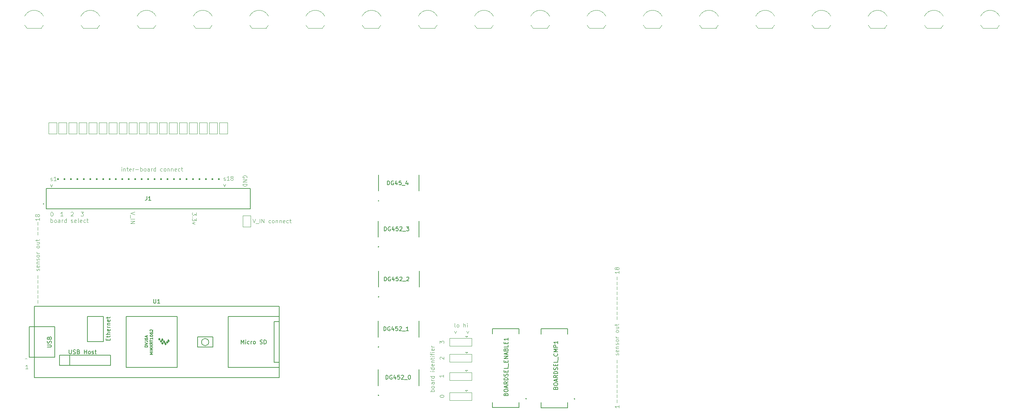
<source format=gbr>
%TF.GenerationSoftware,KiCad,Pcbnew,8.0.3-1.fc40*%
%TF.CreationDate,2024-06-20T20:24:02-04:00*%
%TF.ProjectId,sampler_split_sensor,73616d70-6c65-4725-9f73-706c69745f73,rev?*%
%TF.SameCoordinates,Original*%
%TF.FileFunction,Legend,Top*%
%TF.FilePolarity,Positive*%
%FSLAX46Y46*%
G04 Gerber Fmt 4.6, Leading zero omitted, Abs format (unit mm)*
G04 Created by KiCad (PCBNEW 8.0.3-1.fc40) date 2024-06-20 20:24:02*
%MOMM*%
%LPD*%
G01*
G04 APERTURE LIST*
%ADD10C,0.100000*%
%ADD11C,0.400000*%
%ADD12C,0.150000*%
%ADD13C,0.120000*%
%ADD14C,0.200000*%
%ADD15C,0.127000*%
G04 APERTURE END LIST*
D10*
X40303884Y-73372419D02*
X40303884Y-72705752D01*
X40303884Y-72372419D02*
X40256265Y-72420038D01*
X40256265Y-72420038D02*
X40303884Y-72467657D01*
X40303884Y-72467657D02*
X40351503Y-72420038D01*
X40351503Y-72420038D02*
X40303884Y-72372419D01*
X40303884Y-72372419D02*
X40303884Y-72467657D01*
X40780074Y-72705752D02*
X40780074Y-73372419D01*
X40780074Y-72800990D02*
X40827693Y-72753371D01*
X40827693Y-72753371D02*
X40922931Y-72705752D01*
X40922931Y-72705752D02*
X41065788Y-72705752D01*
X41065788Y-72705752D02*
X41161026Y-72753371D01*
X41161026Y-72753371D02*
X41208645Y-72848609D01*
X41208645Y-72848609D02*
X41208645Y-73372419D01*
X41541979Y-72705752D02*
X41922931Y-72705752D01*
X41684836Y-72372419D02*
X41684836Y-73229561D01*
X41684836Y-73229561D02*
X41732455Y-73324800D01*
X41732455Y-73324800D02*
X41827693Y-73372419D01*
X41827693Y-73372419D02*
X41922931Y-73372419D01*
X42637217Y-73324800D02*
X42541979Y-73372419D01*
X42541979Y-73372419D02*
X42351503Y-73372419D01*
X42351503Y-73372419D02*
X42256265Y-73324800D01*
X42256265Y-73324800D02*
X42208646Y-73229561D01*
X42208646Y-73229561D02*
X42208646Y-72848609D01*
X42208646Y-72848609D02*
X42256265Y-72753371D01*
X42256265Y-72753371D02*
X42351503Y-72705752D01*
X42351503Y-72705752D02*
X42541979Y-72705752D01*
X42541979Y-72705752D02*
X42637217Y-72753371D01*
X42637217Y-72753371D02*
X42684836Y-72848609D01*
X42684836Y-72848609D02*
X42684836Y-72943847D01*
X42684836Y-72943847D02*
X42208646Y-73039085D01*
X43113408Y-73372419D02*
X43113408Y-72705752D01*
X43113408Y-72896228D02*
X43161027Y-72800990D01*
X43161027Y-72800990D02*
X43208646Y-72753371D01*
X43208646Y-72753371D02*
X43303884Y-72705752D01*
X43303884Y-72705752D02*
X43399122Y-72705752D01*
X43732456Y-72991466D02*
X44494361Y-72991466D01*
X44970551Y-73372419D02*
X44970551Y-72372419D01*
X44970551Y-72753371D02*
X45065789Y-72705752D01*
X45065789Y-72705752D02*
X45256265Y-72705752D01*
X45256265Y-72705752D02*
X45351503Y-72753371D01*
X45351503Y-72753371D02*
X45399122Y-72800990D01*
X45399122Y-72800990D02*
X45446741Y-72896228D01*
X45446741Y-72896228D02*
X45446741Y-73181942D01*
X45446741Y-73181942D02*
X45399122Y-73277180D01*
X45399122Y-73277180D02*
X45351503Y-73324800D01*
X45351503Y-73324800D02*
X45256265Y-73372419D01*
X45256265Y-73372419D02*
X45065789Y-73372419D01*
X45065789Y-73372419D02*
X44970551Y-73324800D01*
X46018170Y-73372419D02*
X45922932Y-73324800D01*
X45922932Y-73324800D02*
X45875313Y-73277180D01*
X45875313Y-73277180D02*
X45827694Y-73181942D01*
X45827694Y-73181942D02*
X45827694Y-72896228D01*
X45827694Y-72896228D02*
X45875313Y-72800990D01*
X45875313Y-72800990D02*
X45922932Y-72753371D01*
X45922932Y-72753371D02*
X46018170Y-72705752D01*
X46018170Y-72705752D02*
X46161027Y-72705752D01*
X46161027Y-72705752D02*
X46256265Y-72753371D01*
X46256265Y-72753371D02*
X46303884Y-72800990D01*
X46303884Y-72800990D02*
X46351503Y-72896228D01*
X46351503Y-72896228D02*
X46351503Y-73181942D01*
X46351503Y-73181942D02*
X46303884Y-73277180D01*
X46303884Y-73277180D02*
X46256265Y-73324800D01*
X46256265Y-73324800D02*
X46161027Y-73372419D01*
X46161027Y-73372419D02*
X46018170Y-73372419D01*
X47208646Y-73372419D02*
X47208646Y-72848609D01*
X47208646Y-72848609D02*
X47161027Y-72753371D01*
X47161027Y-72753371D02*
X47065789Y-72705752D01*
X47065789Y-72705752D02*
X46875313Y-72705752D01*
X46875313Y-72705752D02*
X46780075Y-72753371D01*
X47208646Y-73324800D02*
X47113408Y-73372419D01*
X47113408Y-73372419D02*
X46875313Y-73372419D01*
X46875313Y-73372419D02*
X46780075Y-73324800D01*
X46780075Y-73324800D02*
X46732456Y-73229561D01*
X46732456Y-73229561D02*
X46732456Y-73134323D01*
X46732456Y-73134323D02*
X46780075Y-73039085D01*
X46780075Y-73039085D02*
X46875313Y-72991466D01*
X46875313Y-72991466D02*
X47113408Y-72991466D01*
X47113408Y-72991466D02*
X47208646Y-72943847D01*
X47684837Y-73372419D02*
X47684837Y-72705752D01*
X47684837Y-72896228D02*
X47732456Y-72800990D01*
X47732456Y-72800990D02*
X47780075Y-72753371D01*
X47780075Y-72753371D02*
X47875313Y-72705752D01*
X47875313Y-72705752D02*
X47970551Y-72705752D01*
X48732456Y-73372419D02*
X48732456Y-72372419D01*
X48732456Y-73324800D02*
X48637218Y-73372419D01*
X48637218Y-73372419D02*
X48446742Y-73372419D01*
X48446742Y-73372419D02*
X48351504Y-73324800D01*
X48351504Y-73324800D02*
X48303885Y-73277180D01*
X48303885Y-73277180D02*
X48256266Y-73181942D01*
X48256266Y-73181942D02*
X48256266Y-72896228D01*
X48256266Y-72896228D02*
X48303885Y-72800990D01*
X48303885Y-72800990D02*
X48351504Y-72753371D01*
X48351504Y-72753371D02*
X48446742Y-72705752D01*
X48446742Y-72705752D02*
X48637218Y-72705752D01*
X48637218Y-72705752D02*
X48732456Y-72753371D01*
X50399123Y-73324800D02*
X50303885Y-73372419D01*
X50303885Y-73372419D02*
X50113409Y-73372419D01*
X50113409Y-73372419D02*
X50018171Y-73324800D01*
X50018171Y-73324800D02*
X49970552Y-73277180D01*
X49970552Y-73277180D02*
X49922933Y-73181942D01*
X49922933Y-73181942D02*
X49922933Y-72896228D01*
X49922933Y-72896228D02*
X49970552Y-72800990D01*
X49970552Y-72800990D02*
X50018171Y-72753371D01*
X50018171Y-72753371D02*
X50113409Y-72705752D01*
X50113409Y-72705752D02*
X50303885Y-72705752D01*
X50303885Y-72705752D02*
X50399123Y-72753371D01*
X50970552Y-73372419D02*
X50875314Y-73324800D01*
X50875314Y-73324800D02*
X50827695Y-73277180D01*
X50827695Y-73277180D02*
X50780076Y-73181942D01*
X50780076Y-73181942D02*
X50780076Y-72896228D01*
X50780076Y-72896228D02*
X50827695Y-72800990D01*
X50827695Y-72800990D02*
X50875314Y-72753371D01*
X50875314Y-72753371D02*
X50970552Y-72705752D01*
X50970552Y-72705752D02*
X51113409Y-72705752D01*
X51113409Y-72705752D02*
X51208647Y-72753371D01*
X51208647Y-72753371D02*
X51256266Y-72800990D01*
X51256266Y-72800990D02*
X51303885Y-72896228D01*
X51303885Y-72896228D02*
X51303885Y-73181942D01*
X51303885Y-73181942D02*
X51256266Y-73277180D01*
X51256266Y-73277180D02*
X51208647Y-73324800D01*
X51208647Y-73324800D02*
X51113409Y-73372419D01*
X51113409Y-73372419D02*
X50970552Y-73372419D01*
X51732457Y-72705752D02*
X51732457Y-73372419D01*
X51732457Y-72800990D02*
X51780076Y-72753371D01*
X51780076Y-72753371D02*
X51875314Y-72705752D01*
X51875314Y-72705752D02*
X52018171Y-72705752D01*
X52018171Y-72705752D02*
X52113409Y-72753371D01*
X52113409Y-72753371D02*
X52161028Y-72848609D01*
X52161028Y-72848609D02*
X52161028Y-73372419D01*
X52637219Y-72705752D02*
X52637219Y-73372419D01*
X52637219Y-72800990D02*
X52684838Y-72753371D01*
X52684838Y-72753371D02*
X52780076Y-72705752D01*
X52780076Y-72705752D02*
X52922933Y-72705752D01*
X52922933Y-72705752D02*
X53018171Y-72753371D01*
X53018171Y-72753371D02*
X53065790Y-72848609D01*
X53065790Y-72848609D02*
X53065790Y-73372419D01*
X53922933Y-73324800D02*
X53827695Y-73372419D01*
X53827695Y-73372419D02*
X53637219Y-73372419D01*
X53637219Y-73372419D02*
X53541981Y-73324800D01*
X53541981Y-73324800D02*
X53494362Y-73229561D01*
X53494362Y-73229561D02*
X53494362Y-72848609D01*
X53494362Y-72848609D02*
X53541981Y-72753371D01*
X53541981Y-72753371D02*
X53637219Y-72705752D01*
X53637219Y-72705752D02*
X53827695Y-72705752D01*
X53827695Y-72705752D02*
X53922933Y-72753371D01*
X53922933Y-72753371D02*
X53970552Y-72848609D01*
X53970552Y-72848609D02*
X53970552Y-72943847D01*
X53970552Y-72943847D02*
X53494362Y-73039085D01*
X54827695Y-73324800D02*
X54732457Y-73372419D01*
X54732457Y-73372419D02*
X54541981Y-73372419D01*
X54541981Y-73372419D02*
X54446743Y-73324800D01*
X54446743Y-73324800D02*
X54399124Y-73277180D01*
X54399124Y-73277180D02*
X54351505Y-73181942D01*
X54351505Y-73181942D02*
X54351505Y-72896228D01*
X54351505Y-72896228D02*
X54399124Y-72800990D01*
X54399124Y-72800990D02*
X54446743Y-72753371D01*
X54446743Y-72753371D02*
X54541981Y-72705752D01*
X54541981Y-72705752D02*
X54732457Y-72705752D01*
X54732457Y-72705752D02*
X54827695Y-72753371D01*
X55113410Y-72705752D02*
X55494362Y-72705752D01*
X55256267Y-72372419D02*
X55256267Y-73229561D01*
X55256267Y-73229561D02*
X55303886Y-73324800D01*
X55303886Y-73324800D02*
X55399124Y-73372419D01*
X55399124Y-73372419D02*
X55494362Y-73372419D01*
D11*
X24435686Y-75315000D02*
X24435686Y-75315000D01*
X26035686Y-75315000D02*
X26035686Y-75315000D01*
X27635686Y-75315000D02*
X27635686Y-75315000D01*
X29235686Y-75315000D02*
X29235686Y-75315000D01*
X30835686Y-75315000D02*
X30835686Y-75315000D01*
X32435686Y-75315000D02*
X32435686Y-75315000D01*
X34035686Y-75315000D02*
X34035686Y-75315000D01*
X35635686Y-75315000D02*
X35635686Y-75315000D01*
X37235686Y-75315000D02*
X37235686Y-75315000D01*
X38835686Y-75315000D02*
X38835686Y-75315000D01*
X40435686Y-75315000D02*
X40435686Y-75315000D01*
X42035686Y-75315000D02*
X42035686Y-75315000D01*
X43635686Y-75315000D02*
X43635686Y-75315000D01*
X45235686Y-75315000D02*
X45235686Y-75315000D01*
X46835686Y-75315000D02*
X46835686Y-75315000D01*
X48435686Y-75315000D02*
X48435686Y-75315000D01*
X50035686Y-75315000D02*
X50035686Y-75315000D01*
X51635686Y-75315000D02*
X51635686Y-75315000D01*
X53235686Y-75315000D02*
X53235686Y-75315000D01*
X54835686Y-75315000D02*
X54835686Y-75315000D01*
X56435686Y-75315000D02*
X56435686Y-75315000D01*
X58035686Y-75315000D02*
X58035686Y-75315000D01*
X59635686Y-75315000D02*
X59635686Y-75315000D01*
X61235686Y-75315000D02*
X61235686Y-75315000D01*
X62835686Y-75315000D02*
X62835686Y-75315000D01*
X64435686Y-75315000D02*
X64435686Y-75315000D01*
D10*
X163627152Y-131111115D02*
X163627152Y-130349211D01*
X163627152Y-129873020D02*
X163627152Y-129111116D01*
X163627152Y-128634925D02*
X163627152Y-127873021D01*
X163627152Y-127396830D02*
X163627152Y-126634926D01*
X163627152Y-126158735D02*
X163627152Y-125396831D01*
X163627152Y-124920640D02*
X163627152Y-124158736D01*
X163627152Y-123682545D02*
X163627152Y-122920641D01*
X163627152Y-122444450D02*
X163627152Y-121682546D01*
X163627152Y-121206355D02*
X163627152Y-120444451D01*
X163960486Y-119253974D02*
X164008105Y-119158736D01*
X164008105Y-119158736D02*
X164008105Y-118968260D01*
X164008105Y-118968260D02*
X163960486Y-118873022D01*
X163960486Y-118873022D02*
X163865247Y-118825403D01*
X163865247Y-118825403D02*
X163817628Y-118825403D01*
X163817628Y-118825403D02*
X163722390Y-118873022D01*
X163722390Y-118873022D02*
X163674771Y-118968260D01*
X163674771Y-118968260D02*
X163674771Y-119111117D01*
X163674771Y-119111117D02*
X163627152Y-119206355D01*
X163627152Y-119206355D02*
X163531914Y-119253974D01*
X163531914Y-119253974D02*
X163484295Y-119253974D01*
X163484295Y-119253974D02*
X163389057Y-119206355D01*
X163389057Y-119206355D02*
X163341438Y-119111117D01*
X163341438Y-119111117D02*
X163341438Y-118968260D01*
X163341438Y-118968260D02*
X163389057Y-118873022D01*
X163960486Y-118015879D02*
X164008105Y-118111117D01*
X164008105Y-118111117D02*
X164008105Y-118301593D01*
X164008105Y-118301593D02*
X163960486Y-118396831D01*
X163960486Y-118396831D02*
X163865247Y-118444450D01*
X163865247Y-118444450D02*
X163484295Y-118444450D01*
X163484295Y-118444450D02*
X163389057Y-118396831D01*
X163389057Y-118396831D02*
X163341438Y-118301593D01*
X163341438Y-118301593D02*
X163341438Y-118111117D01*
X163341438Y-118111117D02*
X163389057Y-118015879D01*
X163389057Y-118015879D02*
X163484295Y-117968260D01*
X163484295Y-117968260D02*
X163579533Y-117968260D01*
X163579533Y-117968260D02*
X163674771Y-118444450D01*
X163341438Y-117539688D02*
X164008105Y-117539688D01*
X163436676Y-117539688D02*
X163389057Y-117492069D01*
X163389057Y-117492069D02*
X163341438Y-117396831D01*
X163341438Y-117396831D02*
X163341438Y-117253974D01*
X163341438Y-117253974D02*
X163389057Y-117158736D01*
X163389057Y-117158736D02*
X163484295Y-117111117D01*
X163484295Y-117111117D02*
X164008105Y-117111117D01*
X163960486Y-116682545D02*
X164008105Y-116587307D01*
X164008105Y-116587307D02*
X164008105Y-116396831D01*
X164008105Y-116396831D02*
X163960486Y-116301593D01*
X163960486Y-116301593D02*
X163865247Y-116253974D01*
X163865247Y-116253974D02*
X163817628Y-116253974D01*
X163817628Y-116253974D02*
X163722390Y-116301593D01*
X163722390Y-116301593D02*
X163674771Y-116396831D01*
X163674771Y-116396831D02*
X163674771Y-116539688D01*
X163674771Y-116539688D02*
X163627152Y-116634926D01*
X163627152Y-116634926D02*
X163531914Y-116682545D01*
X163531914Y-116682545D02*
X163484295Y-116682545D01*
X163484295Y-116682545D02*
X163389057Y-116634926D01*
X163389057Y-116634926D02*
X163341438Y-116539688D01*
X163341438Y-116539688D02*
X163341438Y-116396831D01*
X163341438Y-116396831D02*
X163389057Y-116301593D01*
X164008105Y-115682545D02*
X163960486Y-115777783D01*
X163960486Y-115777783D02*
X163912866Y-115825402D01*
X163912866Y-115825402D02*
X163817628Y-115873021D01*
X163817628Y-115873021D02*
X163531914Y-115873021D01*
X163531914Y-115873021D02*
X163436676Y-115825402D01*
X163436676Y-115825402D02*
X163389057Y-115777783D01*
X163389057Y-115777783D02*
X163341438Y-115682545D01*
X163341438Y-115682545D02*
X163341438Y-115539688D01*
X163341438Y-115539688D02*
X163389057Y-115444450D01*
X163389057Y-115444450D02*
X163436676Y-115396831D01*
X163436676Y-115396831D02*
X163531914Y-115349212D01*
X163531914Y-115349212D02*
X163817628Y-115349212D01*
X163817628Y-115349212D02*
X163912866Y-115396831D01*
X163912866Y-115396831D02*
X163960486Y-115444450D01*
X163960486Y-115444450D02*
X164008105Y-115539688D01*
X164008105Y-115539688D02*
X164008105Y-115682545D01*
X164008105Y-114920640D02*
X163341438Y-114920640D01*
X163531914Y-114920640D02*
X163436676Y-114873021D01*
X163436676Y-114873021D02*
X163389057Y-114825402D01*
X163389057Y-114825402D02*
X163341438Y-114730164D01*
X163341438Y-114730164D02*
X163341438Y-114634926D01*
X164008105Y-113396830D02*
X163960486Y-113492068D01*
X163960486Y-113492068D02*
X163912866Y-113539687D01*
X163912866Y-113539687D02*
X163817628Y-113587306D01*
X163817628Y-113587306D02*
X163531914Y-113587306D01*
X163531914Y-113587306D02*
X163436676Y-113539687D01*
X163436676Y-113539687D02*
X163389057Y-113492068D01*
X163389057Y-113492068D02*
X163341438Y-113396830D01*
X163341438Y-113396830D02*
X163341438Y-113253973D01*
X163341438Y-113253973D02*
X163389057Y-113158735D01*
X163389057Y-113158735D02*
X163436676Y-113111116D01*
X163436676Y-113111116D02*
X163531914Y-113063497D01*
X163531914Y-113063497D02*
X163817628Y-113063497D01*
X163817628Y-113063497D02*
X163912866Y-113111116D01*
X163912866Y-113111116D02*
X163960486Y-113158735D01*
X163960486Y-113158735D02*
X164008105Y-113253973D01*
X164008105Y-113253973D02*
X164008105Y-113396830D01*
X163341438Y-112206354D02*
X164008105Y-112206354D01*
X163341438Y-112634925D02*
X163865247Y-112634925D01*
X163865247Y-112634925D02*
X163960486Y-112587306D01*
X163960486Y-112587306D02*
X164008105Y-112492068D01*
X164008105Y-112492068D02*
X164008105Y-112349211D01*
X164008105Y-112349211D02*
X163960486Y-112253973D01*
X163960486Y-112253973D02*
X163912866Y-112206354D01*
X163341438Y-111873020D02*
X163341438Y-111492068D01*
X163008105Y-111730163D02*
X163865247Y-111730163D01*
X163865247Y-111730163D02*
X163960486Y-111682544D01*
X163960486Y-111682544D02*
X164008105Y-111587306D01*
X164008105Y-111587306D02*
X164008105Y-111492068D01*
X163627152Y-110396829D02*
X163627152Y-109634925D01*
X163627152Y-109158734D02*
X163627152Y-108396830D01*
X163627152Y-107920639D02*
X163627152Y-107158735D01*
X163627152Y-106682544D02*
X163627152Y-105920640D01*
X163627152Y-105444449D02*
X163627152Y-104682545D01*
X163627152Y-104206354D02*
X163627152Y-103444450D01*
X163627152Y-102968259D02*
X163627152Y-102206355D01*
X163627152Y-101730164D02*
X163627152Y-100968260D01*
X163627152Y-100492069D02*
X163627152Y-99730165D01*
X119508105Y-116306353D02*
X119508105Y-115687306D01*
X119508105Y-115687306D02*
X119889057Y-116020639D01*
X119889057Y-116020639D02*
X119889057Y-115877782D01*
X119889057Y-115877782D02*
X119936676Y-115782544D01*
X119936676Y-115782544D02*
X119984295Y-115734925D01*
X119984295Y-115734925D02*
X120079533Y-115687306D01*
X120079533Y-115687306D02*
X120317628Y-115687306D01*
X120317628Y-115687306D02*
X120412866Y-115734925D01*
X120412866Y-115734925D02*
X120460486Y-115782544D01*
X120460486Y-115782544D02*
X120508105Y-115877782D01*
X120508105Y-115877782D02*
X120508105Y-116163496D01*
X120508105Y-116163496D02*
X120460486Y-116258734D01*
X120460486Y-116258734D02*
X120412866Y-116306353D01*
X16296713Y-120172713D02*
X16487189Y-120029856D01*
X16487189Y-120029856D02*
X16677665Y-120172713D01*
X16963379Y-122687419D02*
X16391951Y-122687419D01*
X16677665Y-122687419D02*
X16677665Y-121687419D01*
X16677665Y-121687419D02*
X16582427Y-121830276D01*
X16582427Y-121830276D02*
X16487189Y-121925514D01*
X16487189Y-121925514D02*
X16391951Y-121973133D01*
X123382427Y-112277475D02*
X123287189Y-112229856D01*
X123287189Y-112229856D02*
X123239570Y-112134617D01*
X123239570Y-112134617D02*
X123239570Y-111277475D01*
X123906237Y-112277475D02*
X123810999Y-112229856D01*
X123810999Y-112229856D02*
X123763380Y-112182236D01*
X123763380Y-112182236D02*
X123715761Y-112086998D01*
X123715761Y-112086998D02*
X123715761Y-111801284D01*
X123715761Y-111801284D02*
X123763380Y-111706046D01*
X123763380Y-111706046D02*
X123810999Y-111658427D01*
X123810999Y-111658427D02*
X123906237Y-111610808D01*
X123906237Y-111610808D02*
X124049094Y-111610808D01*
X124049094Y-111610808D02*
X124144332Y-111658427D01*
X124144332Y-111658427D02*
X124191951Y-111706046D01*
X124191951Y-111706046D02*
X124239570Y-111801284D01*
X124239570Y-111801284D02*
X124239570Y-112086998D01*
X124239570Y-112086998D02*
X124191951Y-112182236D01*
X124191951Y-112182236D02*
X124144332Y-112229856D01*
X124144332Y-112229856D02*
X124049094Y-112277475D01*
X124049094Y-112277475D02*
X123906237Y-112277475D01*
X125430047Y-112277475D02*
X125430047Y-111277475D01*
X125858618Y-112277475D02*
X125858618Y-111753665D01*
X125858618Y-111753665D02*
X125810999Y-111658427D01*
X125810999Y-111658427D02*
X125715761Y-111610808D01*
X125715761Y-111610808D02*
X125572904Y-111610808D01*
X125572904Y-111610808D02*
X125477666Y-111658427D01*
X125477666Y-111658427D02*
X125430047Y-111706046D01*
X126334809Y-112277475D02*
X126334809Y-111610808D01*
X126334809Y-111277475D02*
X126287190Y-111325094D01*
X126287190Y-111325094D02*
X126334809Y-111372713D01*
X126334809Y-111372713D02*
X126382428Y-111325094D01*
X126382428Y-111325094D02*
X126334809Y-111277475D01*
X126334809Y-111277475D02*
X126334809Y-111372713D01*
X123144332Y-113220752D02*
X123382427Y-113887419D01*
X123382427Y-113887419D02*
X123620522Y-113220752D01*
X126191952Y-113220752D02*
X126430047Y-113887419D01*
X126430047Y-113887419D02*
X126668142Y-113220752D01*
X19427152Y-106311115D02*
X19427152Y-105549211D01*
X19427152Y-105073020D02*
X19427152Y-104311116D01*
X19427152Y-103834925D02*
X19427152Y-103073021D01*
X19427152Y-102596830D02*
X19427152Y-101834926D01*
X19427152Y-101358735D02*
X19427152Y-100596831D01*
X19427152Y-100120640D02*
X19427152Y-99358736D01*
X19760486Y-98168259D02*
X19808105Y-98073021D01*
X19808105Y-98073021D02*
X19808105Y-97882545D01*
X19808105Y-97882545D02*
X19760486Y-97787307D01*
X19760486Y-97787307D02*
X19665247Y-97739688D01*
X19665247Y-97739688D02*
X19617628Y-97739688D01*
X19617628Y-97739688D02*
X19522390Y-97787307D01*
X19522390Y-97787307D02*
X19474771Y-97882545D01*
X19474771Y-97882545D02*
X19474771Y-98025402D01*
X19474771Y-98025402D02*
X19427152Y-98120640D01*
X19427152Y-98120640D02*
X19331914Y-98168259D01*
X19331914Y-98168259D02*
X19284295Y-98168259D01*
X19284295Y-98168259D02*
X19189057Y-98120640D01*
X19189057Y-98120640D02*
X19141438Y-98025402D01*
X19141438Y-98025402D02*
X19141438Y-97882545D01*
X19141438Y-97882545D02*
X19189057Y-97787307D01*
X19760486Y-96930164D02*
X19808105Y-97025402D01*
X19808105Y-97025402D02*
X19808105Y-97215878D01*
X19808105Y-97215878D02*
X19760486Y-97311116D01*
X19760486Y-97311116D02*
X19665247Y-97358735D01*
X19665247Y-97358735D02*
X19284295Y-97358735D01*
X19284295Y-97358735D02*
X19189057Y-97311116D01*
X19189057Y-97311116D02*
X19141438Y-97215878D01*
X19141438Y-97215878D02*
X19141438Y-97025402D01*
X19141438Y-97025402D02*
X19189057Y-96930164D01*
X19189057Y-96930164D02*
X19284295Y-96882545D01*
X19284295Y-96882545D02*
X19379533Y-96882545D01*
X19379533Y-96882545D02*
X19474771Y-97358735D01*
X19141438Y-96453973D02*
X19808105Y-96453973D01*
X19236676Y-96453973D02*
X19189057Y-96406354D01*
X19189057Y-96406354D02*
X19141438Y-96311116D01*
X19141438Y-96311116D02*
X19141438Y-96168259D01*
X19141438Y-96168259D02*
X19189057Y-96073021D01*
X19189057Y-96073021D02*
X19284295Y-96025402D01*
X19284295Y-96025402D02*
X19808105Y-96025402D01*
X19760486Y-95596830D02*
X19808105Y-95501592D01*
X19808105Y-95501592D02*
X19808105Y-95311116D01*
X19808105Y-95311116D02*
X19760486Y-95215878D01*
X19760486Y-95215878D02*
X19665247Y-95168259D01*
X19665247Y-95168259D02*
X19617628Y-95168259D01*
X19617628Y-95168259D02*
X19522390Y-95215878D01*
X19522390Y-95215878D02*
X19474771Y-95311116D01*
X19474771Y-95311116D02*
X19474771Y-95453973D01*
X19474771Y-95453973D02*
X19427152Y-95549211D01*
X19427152Y-95549211D02*
X19331914Y-95596830D01*
X19331914Y-95596830D02*
X19284295Y-95596830D01*
X19284295Y-95596830D02*
X19189057Y-95549211D01*
X19189057Y-95549211D02*
X19141438Y-95453973D01*
X19141438Y-95453973D02*
X19141438Y-95311116D01*
X19141438Y-95311116D02*
X19189057Y-95215878D01*
X19808105Y-94596830D02*
X19760486Y-94692068D01*
X19760486Y-94692068D02*
X19712866Y-94739687D01*
X19712866Y-94739687D02*
X19617628Y-94787306D01*
X19617628Y-94787306D02*
X19331914Y-94787306D01*
X19331914Y-94787306D02*
X19236676Y-94739687D01*
X19236676Y-94739687D02*
X19189057Y-94692068D01*
X19189057Y-94692068D02*
X19141438Y-94596830D01*
X19141438Y-94596830D02*
X19141438Y-94453973D01*
X19141438Y-94453973D02*
X19189057Y-94358735D01*
X19189057Y-94358735D02*
X19236676Y-94311116D01*
X19236676Y-94311116D02*
X19331914Y-94263497D01*
X19331914Y-94263497D02*
X19617628Y-94263497D01*
X19617628Y-94263497D02*
X19712866Y-94311116D01*
X19712866Y-94311116D02*
X19760486Y-94358735D01*
X19760486Y-94358735D02*
X19808105Y-94453973D01*
X19808105Y-94453973D02*
X19808105Y-94596830D01*
X19808105Y-93834925D02*
X19141438Y-93834925D01*
X19331914Y-93834925D02*
X19236676Y-93787306D01*
X19236676Y-93787306D02*
X19189057Y-93739687D01*
X19189057Y-93739687D02*
X19141438Y-93644449D01*
X19141438Y-93644449D02*
X19141438Y-93549211D01*
X19808105Y-92311115D02*
X19760486Y-92406353D01*
X19760486Y-92406353D02*
X19712866Y-92453972D01*
X19712866Y-92453972D02*
X19617628Y-92501591D01*
X19617628Y-92501591D02*
X19331914Y-92501591D01*
X19331914Y-92501591D02*
X19236676Y-92453972D01*
X19236676Y-92453972D02*
X19189057Y-92406353D01*
X19189057Y-92406353D02*
X19141438Y-92311115D01*
X19141438Y-92311115D02*
X19141438Y-92168258D01*
X19141438Y-92168258D02*
X19189057Y-92073020D01*
X19189057Y-92073020D02*
X19236676Y-92025401D01*
X19236676Y-92025401D02*
X19331914Y-91977782D01*
X19331914Y-91977782D02*
X19617628Y-91977782D01*
X19617628Y-91977782D02*
X19712866Y-92025401D01*
X19712866Y-92025401D02*
X19760486Y-92073020D01*
X19760486Y-92073020D02*
X19808105Y-92168258D01*
X19808105Y-92168258D02*
X19808105Y-92311115D01*
X19141438Y-91120639D02*
X19808105Y-91120639D01*
X19141438Y-91549210D02*
X19665247Y-91549210D01*
X19665247Y-91549210D02*
X19760486Y-91501591D01*
X19760486Y-91501591D02*
X19808105Y-91406353D01*
X19808105Y-91406353D02*
X19808105Y-91263496D01*
X19808105Y-91263496D02*
X19760486Y-91168258D01*
X19760486Y-91168258D02*
X19712866Y-91120639D01*
X19141438Y-90787305D02*
X19141438Y-90406353D01*
X18808105Y-90644448D02*
X19665247Y-90644448D01*
X19665247Y-90644448D02*
X19760486Y-90596829D01*
X19760486Y-90596829D02*
X19808105Y-90501591D01*
X19808105Y-90501591D02*
X19808105Y-90406353D01*
X19427152Y-89311114D02*
X19427152Y-88549210D01*
X19427152Y-88073019D02*
X19427152Y-87311115D01*
X19427152Y-86834924D02*
X19427152Y-86073020D01*
X71415647Y-75042693D02*
X71463266Y-74947455D01*
X71463266Y-74947455D02*
X71463266Y-74804598D01*
X71463266Y-74804598D02*
X71415647Y-74661741D01*
X71415647Y-74661741D02*
X71320409Y-74566503D01*
X71320409Y-74566503D02*
X71225171Y-74518884D01*
X71225171Y-74518884D02*
X71034695Y-74471265D01*
X71034695Y-74471265D02*
X70891838Y-74471265D01*
X70891838Y-74471265D02*
X70701362Y-74518884D01*
X70701362Y-74518884D02*
X70606124Y-74566503D01*
X70606124Y-74566503D02*
X70510886Y-74661741D01*
X70510886Y-74661741D02*
X70463266Y-74804598D01*
X70463266Y-74804598D02*
X70463266Y-74899836D01*
X70463266Y-74899836D02*
X70510886Y-75042693D01*
X70510886Y-75042693D02*
X70558505Y-75090312D01*
X70558505Y-75090312D02*
X70891838Y-75090312D01*
X70891838Y-75090312D02*
X70891838Y-74899836D01*
X70463266Y-75518884D02*
X71463266Y-75518884D01*
X71463266Y-75518884D02*
X70463266Y-76090312D01*
X70463266Y-76090312D02*
X71463266Y-76090312D01*
X70463266Y-76566503D02*
X71463266Y-76566503D01*
X71463266Y-76566503D02*
X71463266Y-76804598D01*
X71463266Y-76804598D02*
X71415647Y-76947455D01*
X71415647Y-76947455D02*
X71320409Y-77042693D01*
X71320409Y-77042693D02*
X71225171Y-77090312D01*
X71225171Y-77090312D02*
X71034695Y-77137931D01*
X71034695Y-77137931D02*
X70891838Y-77137931D01*
X70891838Y-77137931D02*
X70701362Y-77090312D01*
X70701362Y-77090312D02*
X70606124Y-77042693D01*
X70606124Y-77042693D02*
X70510886Y-76947455D01*
X70510886Y-76947455D02*
X70463266Y-76804598D01*
X70463266Y-76804598D02*
X70463266Y-76566503D01*
X72896713Y-85287419D02*
X73230046Y-86287419D01*
X73230046Y-86287419D02*
X73563379Y-85287419D01*
X73658618Y-86382657D02*
X74420522Y-86382657D01*
X74658618Y-86287419D02*
X74658618Y-85287419D01*
X75134808Y-86287419D02*
X75134808Y-85287419D01*
X75134808Y-85287419D02*
X75706236Y-86287419D01*
X75706236Y-86287419D02*
X75706236Y-85287419D01*
X77372903Y-86239800D02*
X77277665Y-86287419D01*
X77277665Y-86287419D02*
X77087189Y-86287419D01*
X77087189Y-86287419D02*
X76991951Y-86239800D01*
X76991951Y-86239800D02*
X76944332Y-86192180D01*
X76944332Y-86192180D02*
X76896713Y-86096942D01*
X76896713Y-86096942D02*
X76896713Y-85811228D01*
X76896713Y-85811228D02*
X76944332Y-85715990D01*
X76944332Y-85715990D02*
X76991951Y-85668371D01*
X76991951Y-85668371D02*
X77087189Y-85620752D01*
X77087189Y-85620752D02*
X77277665Y-85620752D01*
X77277665Y-85620752D02*
X77372903Y-85668371D01*
X77944332Y-86287419D02*
X77849094Y-86239800D01*
X77849094Y-86239800D02*
X77801475Y-86192180D01*
X77801475Y-86192180D02*
X77753856Y-86096942D01*
X77753856Y-86096942D02*
X77753856Y-85811228D01*
X77753856Y-85811228D02*
X77801475Y-85715990D01*
X77801475Y-85715990D02*
X77849094Y-85668371D01*
X77849094Y-85668371D02*
X77944332Y-85620752D01*
X77944332Y-85620752D02*
X78087189Y-85620752D01*
X78087189Y-85620752D02*
X78182427Y-85668371D01*
X78182427Y-85668371D02*
X78230046Y-85715990D01*
X78230046Y-85715990D02*
X78277665Y-85811228D01*
X78277665Y-85811228D02*
X78277665Y-86096942D01*
X78277665Y-86096942D02*
X78230046Y-86192180D01*
X78230046Y-86192180D02*
X78182427Y-86239800D01*
X78182427Y-86239800D02*
X78087189Y-86287419D01*
X78087189Y-86287419D02*
X77944332Y-86287419D01*
X78706237Y-85620752D02*
X78706237Y-86287419D01*
X78706237Y-85715990D02*
X78753856Y-85668371D01*
X78753856Y-85668371D02*
X78849094Y-85620752D01*
X78849094Y-85620752D02*
X78991951Y-85620752D01*
X78991951Y-85620752D02*
X79087189Y-85668371D01*
X79087189Y-85668371D02*
X79134808Y-85763609D01*
X79134808Y-85763609D02*
X79134808Y-86287419D01*
X79610999Y-85620752D02*
X79610999Y-86287419D01*
X79610999Y-85715990D02*
X79658618Y-85668371D01*
X79658618Y-85668371D02*
X79753856Y-85620752D01*
X79753856Y-85620752D02*
X79896713Y-85620752D01*
X79896713Y-85620752D02*
X79991951Y-85668371D01*
X79991951Y-85668371D02*
X80039570Y-85763609D01*
X80039570Y-85763609D02*
X80039570Y-86287419D01*
X80896713Y-86239800D02*
X80801475Y-86287419D01*
X80801475Y-86287419D02*
X80610999Y-86287419D01*
X80610999Y-86287419D02*
X80515761Y-86239800D01*
X80515761Y-86239800D02*
X80468142Y-86144561D01*
X80468142Y-86144561D02*
X80468142Y-85763609D01*
X80468142Y-85763609D02*
X80515761Y-85668371D01*
X80515761Y-85668371D02*
X80610999Y-85620752D01*
X80610999Y-85620752D02*
X80801475Y-85620752D01*
X80801475Y-85620752D02*
X80896713Y-85668371D01*
X80896713Y-85668371D02*
X80944332Y-85763609D01*
X80944332Y-85763609D02*
X80944332Y-85858847D01*
X80944332Y-85858847D02*
X80468142Y-85954085D01*
X81801475Y-86239800D02*
X81706237Y-86287419D01*
X81706237Y-86287419D02*
X81515761Y-86287419D01*
X81515761Y-86287419D02*
X81420523Y-86239800D01*
X81420523Y-86239800D02*
X81372904Y-86192180D01*
X81372904Y-86192180D02*
X81325285Y-86096942D01*
X81325285Y-86096942D02*
X81325285Y-85811228D01*
X81325285Y-85811228D02*
X81372904Y-85715990D01*
X81372904Y-85715990D02*
X81420523Y-85668371D01*
X81420523Y-85668371D02*
X81515761Y-85620752D01*
X81515761Y-85620752D02*
X81706237Y-85620752D01*
X81706237Y-85620752D02*
X81801475Y-85668371D01*
X82087190Y-85620752D02*
X82468142Y-85620752D01*
X82230047Y-85287419D02*
X82230047Y-86144561D01*
X82230047Y-86144561D02*
X82277666Y-86239800D01*
X82277666Y-86239800D02*
X82372904Y-86287419D01*
X82372904Y-86287419D02*
X82468142Y-86287419D01*
X164108105Y-98287306D02*
X164108105Y-98858734D01*
X164108105Y-98573020D02*
X163108105Y-98573020D01*
X163108105Y-98573020D02*
X163250962Y-98668258D01*
X163250962Y-98668258D02*
X163346200Y-98763496D01*
X163346200Y-98763496D02*
X163393819Y-98858734D01*
X163536676Y-97715877D02*
X163489057Y-97811115D01*
X163489057Y-97811115D02*
X163441438Y-97858734D01*
X163441438Y-97858734D02*
X163346200Y-97906353D01*
X163346200Y-97906353D02*
X163298581Y-97906353D01*
X163298581Y-97906353D02*
X163203343Y-97858734D01*
X163203343Y-97858734D02*
X163155724Y-97811115D01*
X163155724Y-97811115D02*
X163108105Y-97715877D01*
X163108105Y-97715877D02*
X163108105Y-97525401D01*
X163108105Y-97525401D02*
X163155724Y-97430163D01*
X163155724Y-97430163D02*
X163203343Y-97382544D01*
X163203343Y-97382544D02*
X163298581Y-97334925D01*
X163298581Y-97334925D02*
X163346200Y-97334925D01*
X163346200Y-97334925D02*
X163441438Y-97382544D01*
X163441438Y-97382544D02*
X163489057Y-97430163D01*
X163489057Y-97430163D02*
X163536676Y-97525401D01*
X163536676Y-97525401D02*
X163536676Y-97715877D01*
X163536676Y-97715877D02*
X163584295Y-97811115D01*
X163584295Y-97811115D02*
X163631914Y-97858734D01*
X163631914Y-97858734D02*
X163727152Y-97906353D01*
X163727152Y-97906353D02*
X163917628Y-97906353D01*
X163917628Y-97906353D02*
X164012866Y-97858734D01*
X164012866Y-97858734D02*
X164060486Y-97811115D01*
X164060486Y-97811115D02*
X164108105Y-97715877D01*
X164108105Y-97715877D02*
X164108105Y-97525401D01*
X164108105Y-97525401D02*
X164060486Y-97430163D01*
X164060486Y-97430163D02*
X164012866Y-97382544D01*
X164012866Y-97382544D02*
X163917628Y-97334925D01*
X163917628Y-97334925D02*
X163727152Y-97334925D01*
X163727152Y-97334925D02*
X163631914Y-97382544D01*
X163631914Y-97382544D02*
X163584295Y-97430163D01*
X163584295Y-97430163D02*
X163536676Y-97525401D01*
X164108105Y-131787306D02*
X164108105Y-132358734D01*
X164108105Y-132073020D02*
X163108105Y-132073020D01*
X163108105Y-132073020D02*
X163250962Y-132168258D01*
X163250962Y-132168258D02*
X163346200Y-132263496D01*
X163346200Y-132263496D02*
X163393819Y-132358734D01*
X43563266Y-83576027D02*
X42563266Y-83909360D01*
X42563266Y-83909360D02*
X43563266Y-84242693D01*
X42468028Y-84337932D02*
X42468028Y-85099836D01*
X42563266Y-85337932D02*
X43563266Y-85337932D01*
X42563266Y-85814122D02*
X43563266Y-85814122D01*
X43563266Y-85814122D02*
X42563266Y-86385550D01*
X42563266Y-86385550D02*
X43563266Y-86385550D01*
X119603343Y-120258734D02*
X119555724Y-120211115D01*
X119555724Y-120211115D02*
X119508105Y-120115877D01*
X119508105Y-120115877D02*
X119508105Y-119877782D01*
X119508105Y-119877782D02*
X119555724Y-119782544D01*
X119555724Y-119782544D02*
X119603343Y-119734925D01*
X119603343Y-119734925D02*
X119698581Y-119687306D01*
X119698581Y-119687306D02*
X119793819Y-119687306D01*
X119793819Y-119687306D02*
X119936676Y-119734925D01*
X119936676Y-119734925D02*
X120508105Y-120306353D01*
X120508105Y-120306353D02*
X120508105Y-119687306D01*
X118108105Y-128311115D02*
X117108105Y-128311115D01*
X117489057Y-128311115D02*
X117441438Y-128215877D01*
X117441438Y-128215877D02*
X117441438Y-128025401D01*
X117441438Y-128025401D02*
X117489057Y-127930163D01*
X117489057Y-127930163D02*
X117536676Y-127882544D01*
X117536676Y-127882544D02*
X117631914Y-127834925D01*
X117631914Y-127834925D02*
X117917628Y-127834925D01*
X117917628Y-127834925D02*
X118012866Y-127882544D01*
X118012866Y-127882544D02*
X118060486Y-127930163D01*
X118060486Y-127930163D02*
X118108105Y-128025401D01*
X118108105Y-128025401D02*
X118108105Y-128215877D01*
X118108105Y-128215877D02*
X118060486Y-128311115D01*
X118108105Y-127263496D02*
X118060486Y-127358734D01*
X118060486Y-127358734D02*
X118012866Y-127406353D01*
X118012866Y-127406353D02*
X117917628Y-127453972D01*
X117917628Y-127453972D02*
X117631914Y-127453972D01*
X117631914Y-127453972D02*
X117536676Y-127406353D01*
X117536676Y-127406353D02*
X117489057Y-127358734D01*
X117489057Y-127358734D02*
X117441438Y-127263496D01*
X117441438Y-127263496D02*
X117441438Y-127120639D01*
X117441438Y-127120639D02*
X117489057Y-127025401D01*
X117489057Y-127025401D02*
X117536676Y-126977782D01*
X117536676Y-126977782D02*
X117631914Y-126930163D01*
X117631914Y-126930163D02*
X117917628Y-126930163D01*
X117917628Y-126930163D02*
X118012866Y-126977782D01*
X118012866Y-126977782D02*
X118060486Y-127025401D01*
X118060486Y-127025401D02*
X118108105Y-127120639D01*
X118108105Y-127120639D02*
X118108105Y-127263496D01*
X118108105Y-126073020D02*
X117584295Y-126073020D01*
X117584295Y-126073020D02*
X117489057Y-126120639D01*
X117489057Y-126120639D02*
X117441438Y-126215877D01*
X117441438Y-126215877D02*
X117441438Y-126406353D01*
X117441438Y-126406353D02*
X117489057Y-126501591D01*
X118060486Y-126073020D02*
X118108105Y-126168258D01*
X118108105Y-126168258D02*
X118108105Y-126406353D01*
X118108105Y-126406353D02*
X118060486Y-126501591D01*
X118060486Y-126501591D02*
X117965247Y-126549210D01*
X117965247Y-126549210D02*
X117870009Y-126549210D01*
X117870009Y-126549210D02*
X117774771Y-126501591D01*
X117774771Y-126501591D02*
X117727152Y-126406353D01*
X117727152Y-126406353D02*
X117727152Y-126168258D01*
X117727152Y-126168258D02*
X117679533Y-126073020D01*
X118108105Y-125596829D02*
X117441438Y-125596829D01*
X117631914Y-125596829D02*
X117536676Y-125549210D01*
X117536676Y-125549210D02*
X117489057Y-125501591D01*
X117489057Y-125501591D02*
X117441438Y-125406353D01*
X117441438Y-125406353D02*
X117441438Y-125311115D01*
X118108105Y-124549210D02*
X117108105Y-124549210D01*
X118060486Y-124549210D02*
X118108105Y-124644448D01*
X118108105Y-124644448D02*
X118108105Y-124834924D01*
X118108105Y-124834924D02*
X118060486Y-124930162D01*
X118060486Y-124930162D02*
X118012866Y-124977781D01*
X118012866Y-124977781D02*
X117917628Y-125025400D01*
X117917628Y-125025400D02*
X117631914Y-125025400D01*
X117631914Y-125025400D02*
X117536676Y-124977781D01*
X117536676Y-124977781D02*
X117489057Y-124930162D01*
X117489057Y-124930162D02*
X117441438Y-124834924D01*
X117441438Y-124834924D02*
X117441438Y-124644448D01*
X117441438Y-124644448D02*
X117489057Y-124549210D01*
X118108105Y-123311114D02*
X117441438Y-123311114D01*
X117108105Y-123311114D02*
X117155724Y-123358733D01*
X117155724Y-123358733D02*
X117203343Y-123311114D01*
X117203343Y-123311114D02*
X117155724Y-123263495D01*
X117155724Y-123263495D02*
X117108105Y-123311114D01*
X117108105Y-123311114D02*
X117203343Y-123311114D01*
X118108105Y-122406353D02*
X117108105Y-122406353D01*
X118060486Y-122406353D02*
X118108105Y-122501591D01*
X118108105Y-122501591D02*
X118108105Y-122692067D01*
X118108105Y-122692067D02*
X118060486Y-122787305D01*
X118060486Y-122787305D02*
X118012866Y-122834924D01*
X118012866Y-122834924D02*
X117917628Y-122882543D01*
X117917628Y-122882543D02*
X117631914Y-122882543D01*
X117631914Y-122882543D02*
X117536676Y-122834924D01*
X117536676Y-122834924D02*
X117489057Y-122787305D01*
X117489057Y-122787305D02*
X117441438Y-122692067D01*
X117441438Y-122692067D02*
X117441438Y-122501591D01*
X117441438Y-122501591D02*
X117489057Y-122406353D01*
X118060486Y-121549210D02*
X118108105Y-121644448D01*
X118108105Y-121644448D02*
X118108105Y-121834924D01*
X118108105Y-121834924D02*
X118060486Y-121930162D01*
X118060486Y-121930162D02*
X117965247Y-121977781D01*
X117965247Y-121977781D02*
X117584295Y-121977781D01*
X117584295Y-121977781D02*
X117489057Y-121930162D01*
X117489057Y-121930162D02*
X117441438Y-121834924D01*
X117441438Y-121834924D02*
X117441438Y-121644448D01*
X117441438Y-121644448D02*
X117489057Y-121549210D01*
X117489057Y-121549210D02*
X117584295Y-121501591D01*
X117584295Y-121501591D02*
X117679533Y-121501591D01*
X117679533Y-121501591D02*
X117774771Y-121977781D01*
X117441438Y-121073019D02*
X118108105Y-121073019D01*
X117536676Y-121073019D02*
X117489057Y-121025400D01*
X117489057Y-121025400D02*
X117441438Y-120930162D01*
X117441438Y-120930162D02*
X117441438Y-120787305D01*
X117441438Y-120787305D02*
X117489057Y-120692067D01*
X117489057Y-120692067D02*
X117584295Y-120644448D01*
X117584295Y-120644448D02*
X118108105Y-120644448D01*
X117441438Y-120311114D02*
X117441438Y-119930162D01*
X117108105Y-120168257D02*
X117965247Y-120168257D01*
X117965247Y-120168257D02*
X118060486Y-120120638D01*
X118060486Y-120120638D02*
X118108105Y-120025400D01*
X118108105Y-120025400D02*
X118108105Y-119930162D01*
X118108105Y-119596828D02*
X117441438Y-119596828D01*
X117108105Y-119596828D02*
X117155724Y-119644447D01*
X117155724Y-119644447D02*
X117203343Y-119596828D01*
X117203343Y-119596828D02*
X117155724Y-119549209D01*
X117155724Y-119549209D02*
X117108105Y-119596828D01*
X117108105Y-119596828D02*
X117203343Y-119596828D01*
X117441438Y-119263495D02*
X117441438Y-118882543D01*
X118108105Y-119120638D02*
X117250962Y-119120638D01*
X117250962Y-119120638D02*
X117155724Y-119073019D01*
X117155724Y-119073019D02*
X117108105Y-118977781D01*
X117108105Y-118977781D02*
X117108105Y-118882543D01*
X118108105Y-118549209D02*
X117441438Y-118549209D01*
X117108105Y-118549209D02*
X117155724Y-118596828D01*
X117155724Y-118596828D02*
X117203343Y-118549209D01*
X117203343Y-118549209D02*
X117155724Y-118501590D01*
X117155724Y-118501590D02*
X117108105Y-118549209D01*
X117108105Y-118549209D02*
X117203343Y-118549209D01*
X118060486Y-117692067D02*
X118108105Y-117787305D01*
X118108105Y-117787305D02*
X118108105Y-117977781D01*
X118108105Y-117977781D02*
X118060486Y-118073019D01*
X118060486Y-118073019D02*
X117965247Y-118120638D01*
X117965247Y-118120638D02*
X117584295Y-118120638D01*
X117584295Y-118120638D02*
X117489057Y-118073019D01*
X117489057Y-118073019D02*
X117441438Y-117977781D01*
X117441438Y-117977781D02*
X117441438Y-117787305D01*
X117441438Y-117787305D02*
X117489057Y-117692067D01*
X117489057Y-117692067D02*
X117584295Y-117644448D01*
X117584295Y-117644448D02*
X117679533Y-117644448D01*
X117679533Y-117644448D02*
X117774771Y-118120638D01*
X118108105Y-117215876D02*
X117441438Y-117215876D01*
X117631914Y-117215876D02*
X117536676Y-117168257D01*
X117536676Y-117168257D02*
X117489057Y-117120638D01*
X117489057Y-117120638D02*
X117441438Y-117025400D01*
X117441438Y-117025400D02*
X117441438Y-116930162D01*
X58863266Y-83723646D02*
X58863266Y-84342693D01*
X58863266Y-84342693D02*
X58482314Y-84009360D01*
X58482314Y-84009360D02*
X58482314Y-84152217D01*
X58482314Y-84152217D02*
X58434695Y-84247455D01*
X58434695Y-84247455D02*
X58387076Y-84295074D01*
X58387076Y-84295074D02*
X58291838Y-84342693D01*
X58291838Y-84342693D02*
X58053743Y-84342693D01*
X58053743Y-84342693D02*
X57958505Y-84295074D01*
X57958505Y-84295074D02*
X57910886Y-84247455D01*
X57910886Y-84247455D02*
X57863266Y-84152217D01*
X57863266Y-84152217D02*
X57863266Y-83866503D01*
X57863266Y-83866503D02*
X57910886Y-83771265D01*
X57910886Y-83771265D02*
X57958505Y-83723646D01*
X57958505Y-84771265D02*
X57910886Y-84818884D01*
X57910886Y-84818884D02*
X57863266Y-84771265D01*
X57863266Y-84771265D02*
X57910886Y-84723646D01*
X57910886Y-84723646D02*
X57958505Y-84771265D01*
X57958505Y-84771265D02*
X57863266Y-84771265D01*
X58863266Y-85152217D02*
X58863266Y-85771264D01*
X58863266Y-85771264D02*
X58482314Y-85437931D01*
X58482314Y-85437931D02*
X58482314Y-85580788D01*
X58482314Y-85580788D02*
X58434695Y-85676026D01*
X58434695Y-85676026D02*
X58387076Y-85723645D01*
X58387076Y-85723645D02*
X58291838Y-85771264D01*
X58291838Y-85771264D02*
X58053743Y-85771264D01*
X58053743Y-85771264D02*
X57958505Y-85723645D01*
X57958505Y-85723645D02*
X57910886Y-85676026D01*
X57910886Y-85676026D02*
X57863266Y-85580788D01*
X57863266Y-85580788D02*
X57863266Y-85295074D01*
X57863266Y-85295074D02*
X57910886Y-85199836D01*
X57910886Y-85199836D02*
X57958505Y-85152217D01*
X58529933Y-86104598D02*
X57863266Y-86342693D01*
X57863266Y-86342693D02*
X58529933Y-86580788D01*
X65691951Y-75629856D02*
X65787189Y-75677475D01*
X65787189Y-75677475D02*
X65977665Y-75677475D01*
X65977665Y-75677475D02*
X66072903Y-75629856D01*
X66072903Y-75629856D02*
X66120522Y-75534617D01*
X66120522Y-75534617D02*
X66120522Y-75486998D01*
X66120522Y-75486998D02*
X66072903Y-75391760D01*
X66072903Y-75391760D02*
X65977665Y-75344141D01*
X65977665Y-75344141D02*
X65834808Y-75344141D01*
X65834808Y-75344141D02*
X65739570Y-75296522D01*
X65739570Y-75296522D02*
X65691951Y-75201284D01*
X65691951Y-75201284D02*
X65691951Y-75153665D01*
X65691951Y-75153665D02*
X65739570Y-75058427D01*
X65739570Y-75058427D02*
X65834808Y-75010808D01*
X65834808Y-75010808D02*
X65977665Y-75010808D01*
X65977665Y-75010808D02*
X66072903Y-75058427D01*
X67072903Y-75677475D02*
X66501475Y-75677475D01*
X66787189Y-75677475D02*
X66787189Y-74677475D01*
X66787189Y-74677475D02*
X66691951Y-74820332D01*
X66691951Y-74820332D02*
X66596713Y-74915570D01*
X66596713Y-74915570D02*
X66501475Y-74963189D01*
X67644332Y-75106046D02*
X67549094Y-75058427D01*
X67549094Y-75058427D02*
X67501475Y-75010808D01*
X67501475Y-75010808D02*
X67453856Y-74915570D01*
X67453856Y-74915570D02*
X67453856Y-74867951D01*
X67453856Y-74867951D02*
X67501475Y-74772713D01*
X67501475Y-74772713D02*
X67549094Y-74725094D01*
X67549094Y-74725094D02*
X67644332Y-74677475D01*
X67644332Y-74677475D02*
X67834808Y-74677475D01*
X67834808Y-74677475D02*
X67930046Y-74725094D01*
X67930046Y-74725094D02*
X67977665Y-74772713D01*
X67977665Y-74772713D02*
X68025284Y-74867951D01*
X68025284Y-74867951D02*
X68025284Y-74915570D01*
X68025284Y-74915570D02*
X67977665Y-75010808D01*
X67977665Y-75010808D02*
X67930046Y-75058427D01*
X67930046Y-75058427D02*
X67834808Y-75106046D01*
X67834808Y-75106046D02*
X67644332Y-75106046D01*
X67644332Y-75106046D02*
X67549094Y-75153665D01*
X67549094Y-75153665D02*
X67501475Y-75201284D01*
X67501475Y-75201284D02*
X67453856Y-75296522D01*
X67453856Y-75296522D02*
X67453856Y-75486998D01*
X67453856Y-75486998D02*
X67501475Y-75582236D01*
X67501475Y-75582236D02*
X67549094Y-75629856D01*
X67549094Y-75629856D02*
X67644332Y-75677475D01*
X67644332Y-75677475D02*
X67834808Y-75677475D01*
X67834808Y-75677475D02*
X67930046Y-75629856D01*
X67930046Y-75629856D02*
X67977665Y-75582236D01*
X67977665Y-75582236D02*
X68025284Y-75486998D01*
X68025284Y-75486998D02*
X68025284Y-75296522D01*
X68025284Y-75296522D02*
X67977665Y-75201284D01*
X67977665Y-75201284D02*
X67930046Y-75153665D01*
X67930046Y-75153665D02*
X67834808Y-75106046D01*
X65644332Y-76620752D02*
X65882427Y-77287419D01*
X65882427Y-77287419D02*
X66120522Y-76620752D01*
X120408105Y-124187306D02*
X120408105Y-124758734D01*
X120408105Y-124473020D02*
X119408105Y-124473020D01*
X119408105Y-124473020D02*
X119550962Y-124568258D01*
X119550962Y-124568258D02*
X119646200Y-124663496D01*
X119646200Y-124663496D02*
X119693819Y-124758734D01*
X22838617Y-83577475D02*
X22935760Y-83577475D01*
X22935760Y-83577475D02*
X23032903Y-83625094D01*
X23032903Y-83625094D02*
X23081475Y-83672713D01*
X23081475Y-83672713D02*
X23130046Y-83767951D01*
X23130046Y-83767951D02*
X23178617Y-83958427D01*
X23178617Y-83958427D02*
X23178617Y-84196522D01*
X23178617Y-84196522D02*
X23130046Y-84386998D01*
X23130046Y-84386998D02*
X23081475Y-84482236D01*
X23081475Y-84482236D02*
X23032903Y-84529856D01*
X23032903Y-84529856D02*
X22935760Y-84577475D01*
X22935760Y-84577475D02*
X22838617Y-84577475D01*
X22838617Y-84577475D02*
X22741475Y-84529856D01*
X22741475Y-84529856D02*
X22692903Y-84482236D01*
X22692903Y-84482236D02*
X22644332Y-84386998D01*
X22644332Y-84386998D02*
X22595760Y-84196522D01*
X22595760Y-84196522D02*
X22595760Y-83958427D01*
X22595760Y-83958427D02*
X22644332Y-83767951D01*
X22644332Y-83767951D02*
X22692903Y-83672713D01*
X22692903Y-83672713D02*
X22741475Y-83625094D01*
X22741475Y-83625094D02*
X22838617Y-83577475D01*
X25704332Y-84577475D02*
X25121475Y-84577475D01*
X25412904Y-84577475D02*
X25412904Y-83577475D01*
X25412904Y-83577475D02*
X25315761Y-83720332D01*
X25315761Y-83720332D02*
X25218618Y-83815570D01*
X25218618Y-83815570D02*
X25121475Y-83863189D01*
X27647190Y-83672713D02*
X27695762Y-83625094D01*
X27695762Y-83625094D02*
X27792905Y-83577475D01*
X27792905Y-83577475D02*
X28035762Y-83577475D01*
X28035762Y-83577475D02*
X28132905Y-83625094D01*
X28132905Y-83625094D02*
X28181476Y-83672713D01*
X28181476Y-83672713D02*
X28230047Y-83767951D01*
X28230047Y-83767951D02*
X28230047Y-83863189D01*
X28230047Y-83863189D02*
X28181476Y-84006046D01*
X28181476Y-84006046D02*
X27598619Y-84577475D01*
X27598619Y-84577475D02*
X28230047Y-84577475D01*
X30124334Y-83577475D02*
X30755762Y-83577475D01*
X30755762Y-83577475D02*
X30415762Y-83958427D01*
X30415762Y-83958427D02*
X30561477Y-83958427D01*
X30561477Y-83958427D02*
X30658620Y-84006046D01*
X30658620Y-84006046D02*
X30707191Y-84053665D01*
X30707191Y-84053665D02*
X30755762Y-84148903D01*
X30755762Y-84148903D02*
X30755762Y-84386998D01*
X30755762Y-84386998D02*
X30707191Y-84482236D01*
X30707191Y-84482236D02*
X30658620Y-84529856D01*
X30658620Y-84529856D02*
X30561477Y-84577475D01*
X30561477Y-84577475D02*
X30270048Y-84577475D01*
X30270048Y-84577475D02*
X30172905Y-84529856D01*
X30172905Y-84529856D02*
X30124334Y-84482236D01*
X22644332Y-86187419D02*
X22644332Y-85187419D01*
X22644332Y-85568371D02*
X22741475Y-85520752D01*
X22741475Y-85520752D02*
X22935760Y-85520752D01*
X22935760Y-85520752D02*
X23032903Y-85568371D01*
X23032903Y-85568371D02*
X23081475Y-85615990D01*
X23081475Y-85615990D02*
X23130046Y-85711228D01*
X23130046Y-85711228D02*
X23130046Y-85996942D01*
X23130046Y-85996942D02*
X23081475Y-86092180D01*
X23081475Y-86092180D02*
X23032903Y-86139800D01*
X23032903Y-86139800D02*
X22935760Y-86187419D01*
X22935760Y-86187419D02*
X22741475Y-86187419D01*
X22741475Y-86187419D02*
X22644332Y-86139800D01*
X23712903Y-86187419D02*
X23615760Y-86139800D01*
X23615760Y-86139800D02*
X23567189Y-86092180D01*
X23567189Y-86092180D02*
X23518617Y-85996942D01*
X23518617Y-85996942D02*
X23518617Y-85711228D01*
X23518617Y-85711228D02*
X23567189Y-85615990D01*
X23567189Y-85615990D02*
X23615760Y-85568371D01*
X23615760Y-85568371D02*
X23712903Y-85520752D01*
X23712903Y-85520752D02*
X23858617Y-85520752D01*
X23858617Y-85520752D02*
X23955760Y-85568371D01*
X23955760Y-85568371D02*
X24004332Y-85615990D01*
X24004332Y-85615990D02*
X24052903Y-85711228D01*
X24052903Y-85711228D02*
X24052903Y-85996942D01*
X24052903Y-85996942D02*
X24004332Y-86092180D01*
X24004332Y-86092180D02*
X23955760Y-86139800D01*
X23955760Y-86139800D02*
X23858617Y-86187419D01*
X23858617Y-86187419D02*
X23712903Y-86187419D01*
X24927189Y-86187419D02*
X24927189Y-85663609D01*
X24927189Y-85663609D02*
X24878617Y-85568371D01*
X24878617Y-85568371D02*
X24781474Y-85520752D01*
X24781474Y-85520752D02*
X24587189Y-85520752D01*
X24587189Y-85520752D02*
X24490046Y-85568371D01*
X24927189Y-86139800D02*
X24830046Y-86187419D01*
X24830046Y-86187419D02*
X24587189Y-86187419D01*
X24587189Y-86187419D02*
X24490046Y-86139800D01*
X24490046Y-86139800D02*
X24441474Y-86044561D01*
X24441474Y-86044561D02*
X24441474Y-85949323D01*
X24441474Y-85949323D02*
X24490046Y-85854085D01*
X24490046Y-85854085D02*
X24587189Y-85806466D01*
X24587189Y-85806466D02*
X24830046Y-85806466D01*
X24830046Y-85806466D02*
X24927189Y-85758847D01*
X25412903Y-86187419D02*
X25412903Y-85520752D01*
X25412903Y-85711228D02*
X25461474Y-85615990D01*
X25461474Y-85615990D02*
X25510046Y-85568371D01*
X25510046Y-85568371D02*
X25607188Y-85520752D01*
X25607188Y-85520752D02*
X25704331Y-85520752D01*
X26481475Y-86187419D02*
X26481475Y-85187419D01*
X26481475Y-86139800D02*
X26384332Y-86187419D01*
X26384332Y-86187419D02*
X26190046Y-86187419D01*
X26190046Y-86187419D02*
X26092903Y-86139800D01*
X26092903Y-86139800D02*
X26044332Y-86092180D01*
X26044332Y-86092180D02*
X25995760Y-85996942D01*
X25995760Y-85996942D02*
X25995760Y-85711228D01*
X25995760Y-85711228D02*
X26044332Y-85615990D01*
X26044332Y-85615990D02*
X26092903Y-85568371D01*
X26092903Y-85568371D02*
X26190046Y-85520752D01*
X26190046Y-85520752D02*
X26384332Y-85520752D01*
X26384332Y-85520752D02*
X26481475Y-85568371D01*
X27695760Y-86139800D02*
X27792903Y-86187419D01*
X27792903Y-86187419D02*
X27987189Y-86187419D01*
X27987189Y-86187419D02*
X28084332Y-86139800D01*
X28084332Y-86139800D02*
X28132903Y-86044561D01*
X28132903Y-86044561D02*
X28132903Y-85996942D01*
X28132903Y-85996942D02*
X28084332Y-85901704D01*
X28084332Y-85901704D02*
X27987189Y-85854085D01*
X27987189Y-85854085D02*
X27841475Y-85854085D01*
X27841475Y-85854085D02*
X27744332Y-85806466D01*
X27744332Y-85806466D02*
X27695760Y-85711228D01*
X27695760Y-85711228D02*
X27695760Y-85663609D01*
X27695760Y-85663609D02*
X27744332Y-85568371D01*
X27744332Y-85568371D02*
X27841475Y-85520752D01*
X27841475Y-85520752D02*
X27987189Y-85520752D01*
X27987189Y-85520752D02*
X28084332Y-85568371D01*
X28958617Y-86139800D02*
X28861474Y-86187419D01*
X28861474Y-86187419D02*
X28667189Y-86187419D01*
X28667189Y-86187419D02*
X28570046Y-86139800D01*
X28570046Y-86139800D02*
X28521474Y-86044561D01*
X28521474Y-86044561D02*
X28521474Y-85663609D01*
X28521474Y-85663609D02*
X28570046Y-85568371D01*
X28570046Y-85568371D02*
X28667189Y-85520752D01*
X28667189Y-85520752D02*
X28861474Y-85520752D01*
X28861474Y-85520752D02*
X28958617Y-85568371D01*
X28958617Y-85568371D02*
X29007189Y-85663609D01*
X29007189Y-85663609D02*
X29007189Y-85758847D01*
X29007189Y-85758847D02*
X28521474Y-85854085D01*
X29590046Y-86187419D02*
X29492903Y-86139800D01*
X29492903Y-86139800D02*
X29444332Y-86044561D01*
X29444332Y-86044561D02*
X29444332Y-85187419D01*
X30367189Y-86139800D02*
X30270046Y-86187419D01*
X30270046Y-86187419D02*
X30075761Y-86187419D01*
X30075761Y-86187419D02*
X29978618Y-86139800D01*
X29978618Y-86139800D02*
X29930046Y-86044561D01*
X29930046Y-86044561D02*
X29930046Y-85663609D01*
X29930046Y-85663609D02*
X29978618Y-85568371D01*
X29978618Y-85568371D02*
X30075761Y-85520752D01*
X30075761Y-85520752D02*
X30270046Y-85520752D01*
X30270046Y-85520752D02*
X30367189Y-85568371D01*
X30367189Y-85568371D02*
X30415761Y-85663609D01*
X30415761Y-85663609D02*
X30415761Y-85758847D01*
X30415761Y-85758847D02*
X29930046Y-85854085D01*
X31290047Y-86139800D02*
X31192904Y-86187419D01*
X31192904Y-86187419D02*
X30998618Y-86187419D01*
X30998618Y-86187419D02*
X30901475Y-86139800D01*
X30901475Y-86139800D02*
X30852904Y-86092180D01*
X30852904Y-86092180D02*
X30804332Y-85996942D01*
X30804332Y-85996942D02*
X30804332Y-85711228D01*
X30804332Y-85711228D02*
X30852904Y-85615990D01*
X30852904Y-85615990D02*
X30901475Y-85568371D01*
X30901475Y-85568371D02*
X30998618Y-85520752D01*
X30998618Y-85520752D02*
X31192904Y-85520752D01*
X31192904Y-85520752D02*
X31290047Y-85568371D01*
X31581475Y-85520752D02*
X31970047Y-85520752D01*
X31727190Y-85187419D02*
X31727190Y-86044561D01*
X31727190Y-86044561D02*
X31775761Y-86139800D01*
X31775761Y-86139800D02*
X31872904Y-86187419D01*
X31872904Y-86187419D02*
X31970047Y-86187419D01*
X119508105Y-129520639D02*
X119508105Y-129425401D01*
X119508105Y-129425401D02*
X119555724Y-129330163D01*
X119555724Y-129330163D02*
X119603343Y-129282544D01*
X119603343Y-129282544D02*
X119698581Y-129234925D01*
X119698581Y-129234925D02*
X119889057Y-129187306D01*
X119889057Y-129187306D02*
X120127152Y-129187306D01*
X120127152Y-129187306D02*
X120317628Y-129234925D01*
X120317628Y-129234925D02*
X120412866Y-129282544D01*
X120412866Y-129282544D02*
X120460486Y-129330163D01*
X120460486Y-129330163D02*
X120508105Y-129425401D01*
X120508105Y-129425401D02*
X120508105Y-129520639D01*
X120508105Y-129520639D02*
X120460486Y-129615877D01*
X120460486Y-129615877D02*
X120412866Y-129663496D01*
X120412866Y-129663496D02*
X120317628Y-129711115D01*
X120317628Y-129711115D02*
X120127152Y-129758734D01*
X120127152Y-129758734D02*
X119889057Y-129758734D01*
X119889057Y-129758734D02*
X119698581Y-129711115D01*
X119698581Y-129711115D02*
X119603343Y-129663496D01*
X119603343Y-129663496D02*
X119555724Y-129615877D01*
X119555724Y-129615877D02*
X119508105Y-129520639D01*
X19808105Y-85087306D02*
X19808105Y-85658734D01*
X19808105Y-85373020D02*
X18808105Y-85373020D01*
X18808105Y-85373020D02*
X18950962Y-85468258D01*
X18950962Y-85468258D02*
X19046200Y-85563496D01*
X19046200Y-85563496D02*
X19093819Y-85658734D01*
X19236676Y-84515877D02*
X19189057Y-84611115D01*
X19189057Y-84611115D02*
X19141438Y-84658734D01*
X19141438Y-84658734D02*
X19046200Y-84706353D01*
X19046200Y-84706353D02*
X18998581Y-84706353D01*
X18998581Y-84706353D02*
X18903343Y-84658734D01*
X18903343Y-84658734D02*
X18855724Y-84611115D01*
X18855724Y-84611115D02*
X18808105Y-84515877D01*
X18808105Y-84515877D02*
X18808105Y-84325401D01*
X18808105Y-84325401D02*
X18855724Y-84230163D01*
X18855724Y-84230163D02*
X18903343Y-84182544D01*
X18903343Y-84182544D02*
X18998581Y-84134925D01*
X18998581Y-84134925D02*
X19046200Y-84134925D01*
X19046200Y-84134925D02*
X19141438Y-84182544D01*
X19141438Y-84182544D02*
X19189057Y-84230163D01*
X19189057Y-84230163D02*
X19236676Y-84325401D01*
X19236676Y-84325401D02*
X19236676Y-84515877D01*
X19236676Y-84515877D02*
X19284295Y-84611115D01*
X19284295Y-84611115D02*
X19331914Y-84658734D01*
X19331914Y-84658734D02*
X19427152Y-84706353D01*
X19427152Y-84706353D02*
X19617628Y-84706353D01*
X19617628Y-84706353D02*
X19712866Y-84658734D01*
X19712866Y-84658734D02*
X19760486Y-84611115D01*
X19760486Y-84611115D02*
X19808105Y-84515877D01*
X19808105Y-84515877D02*
X19808105Y-84325401D01*
X19808105Y-84325401D02*
X19760486Y-84230163D01*
X19760486Y-84230163D02*
X19712866Y-84182544D01*
X19712866Y-84182544D02*
X19617628Y-84134925D01*
X19617628Y-84134925D02*
X19427152Y-84134925D01*
X19427152Y-84134925D02*
X19331914Y-84182544D01*
X19331914Y-84182544D02*
X19284295Y-84230163D01*
X19284295Y-84230163D02*
X19236676Y-84325401D01*
X22591951Y-75729856D02*
X22687189Y-75777475D01*
X22687189Y-75777475D02*
X22877665Y-75777475D01*
X22877665Y-75777475D02*
X22972903Y-75729856D01*
X22972903Y-75729856D02*
X23020522Y-75634617D01*
X23020522Y-75634617D02*
X23020522Y-75586998D01*
X23020522Y-75586998D02*
X22972903Y-75491760D01*
X22972903Y-75491760D02*
X22877665Y-75444141D01*
X22877665Y-75444141D02*
X22734808Y-75444141D01*
X22734808Y-75444141D02*
X22639570Y-75396522D01*
X22639570Y-75396522D02*
X22591951Y-75301284D01*
X22591951Y-75301284D02*
X22591951Y-75253665D01*
X22591951Y-75253665D02*
X22639570Y-75158427D01*
X22639570Y-75158427D02*
X22734808Y-75110808D01*
X22734808Y-75110808D02*
X22877665Y-75110808D01*
X22877665Y-75110808D02*
X22972903Y-75158427D01*
X23972903Y-75777475D02*
X23401475Y-75777475D01*
X23687189Y-75777475D02*
X23687189Y-74777475D01*
X23687189Y-74777475D02*
X23591951Y-74920332D01*
X23591951Y-74920332D02*
X23496713Y-75015570D01*
X23496713Y-75015570D02*
X23401475Y-75063189D01*
X22544332Y-76720752D02*
X22782427Y-77387419D01*
X22782427Y-77387419D02*
X23020522Y-76720752D01*
D12*
X135946695Y-129033333D02*
X135994314Y-128890476D01*
X135994314Y-128890476D02*
X136041933Y-128842857D01*
X136041933Y-128842857D02*
X136137171Y-128795238D01*
X136137171Y-128795238D02*
X136280028Y-128795238D01*
X136280028Y-128795238D02*
X136375266Y-128842857D01*
X136375266Y-128842857D02*
X136422886Y-128890476D01*
X136422886Y-128890476D02*
X136470505Y-128985714D01*
X136470505Y-128985714D02*
X136470505Y-129366666D01*
X136470505Y-129366666D02*
X135470505Y-129366666D01*
X135470505Y-129366666D02*
X135470505Y-129033333D01*
X135470505Y-129033333D02*
X135518124Y-128938095D01*
X135518124Y-128938095D02*
X135565743Y-128890476D01*
X135565743Y-128890476D02*
X135660981Y-128842857D01*
X135660981Y-128842857D02*
X135756219Y-128842857D01*
X135756219Y-128842857D02*
X135851457Y-128890476D01*
X135851457Y-128890476D02*
X135899076Y-128938095D01*
X135899076Y-128938095D02*
X135946695Y-129033333D01*
X135946695Y-129033333D02*
X135946695Y-129366666D01*
X135470505Y-128176190D02*
X135470505Y-127985714D01*
X135470505Y-127985714D02*
X135518124Y-127890476D01*
X135518124Y-127890476D02*
X135613362Y-127795238D01*
X135613362Y-127795238D02*
X135803838Y-127747619D01*
X135803838Y-127747619D02*
X136137171Y-127747619D01*
X136137171Y-127747619D02*
X136327647Y-127795238D01*
X136327647Y-127795238D02*
X136422886Y-127890476D01*
X136422886Y-127890476D02*
X136470505Y-127985714D01*
X136470505Y-127985714D02*
X136470505Y-128176190D01*
X136470505Y-128176190D02*
X136422886Y-128271428D01*
X136422886Y-128271428D02*
X136327647Y-128366666D01*
X136327647Y-128366666D02*
X136137171Y-128414285D01*
X136137171Y-128414285D02*
X135803838Y-128414285D01*
X135803838Y-128414285D02*
X135613362Y-128366666D01*
X135613362Y-128366666D02*
X135518124Y-128271428D01*
X135518124Y-128271428D02*
X135470505Y-128176190D01*
X136184790Y-127366666D02*
X136184790Y-126890476D01*
X136470505Y-127461904D02*
X135470505Y-127128571D01*
X135470505Y-127128571D02*
X136470505Y-126795238D01*
X136470505Y-125890476D02*
X135994314Y-126223809D01*
X136470505Y-126461904D02*
X135470505Y-126461904D01*
X135470505Y-126461904D02*
X135470505Y-126080952D01*
X135470505Y-126080952D02*
X135518124Y-125985714D01*
X135518124Y-125985714D02*
X135565743Y-125938095D01*
X135565743Y-125938095D02*
X135660981Y-125890476D01*
X135660981Y-125890476D02*
X135803838Y-125890476D01*
X135803838Y-125890476D02*
X135899076Y-125938095D01*
X135899076Y-125938095D02*
X135946695Y-125985714D01*
X135946695Y-125985714D02*
X135994314Y-126080952D01*
X135994314Y-126080952D02*
X135994314Y-126461904D01*
X136470505Y-125461904D02*
X135470505Y-125461904D01*
X135470505Y-125461904D02*
X135470505Y-125223809D01*
X135470505Y-125223809D02*
X135518124Y-125080952D01*
X135518124Y-125080952D02*
X135613362Y-124985714D01*
X135613362Y-124985714D02*
X135708600Y-124938095D01*
X135708600Y-124938095D02*
X135899076Y-124890476D01*
X135899076Y-124890476D02*
X136041933Y-124890476D01*
X136041933Y-124890476D02*
X136232409Y-124938095D01*
X136232409Y-124938095D02*
X136327647Y-124985714D01*
X136327647Y-124985714D02*
X136422886Y-125080952D01*
X136422886Y-125080952D02*
X136470505Y-125223809D01*
X136470505Y-125223809D02*
X136470505Y-125461904D01*
X136422886Y-124509523D02*
X136470505Y-124366666D01*
X136470505Y-124366666D02*
X136470505Y-124128571D01*
X136470505Y-124128571D02*
X136422886Y-124033333D01*
X136422886Y-124033333D02*
X136375266Y-123985714D01*
X136375266Y-123985714D02*
X136280028Y-123938095D01*
X136280028Y-123938095D02*
X136184790Y-123938095D01*
X136184790Y-123938095D02*
X136089552Y-123985714D01*
X136089552Y-123985714D02*
X136041933Y-124033333D01*
X136041933Y-124033333D02*
X135994314Y-124128571D01*
X135994314Y-124128571D02*
X135946695Y-124319047D01*
X135946695Y-124319047D02*
X135899076Y-124414285D01*
X135899076Y-124414285D02*
X135851457Y-124461904D01*
X135851457Y-124461904D02*
X135756219Y-124509523D01*
X135756219Y-124509523D02*
X135660981Y-124509523D01*
X135660981Y-124509523D02*
X135565743Y-124461904D01*
X135565743Y-124461904D02*
X135518124Y-124414285D01*
X135518124Y-124414285D02*
X135470505Y-124319047D01*
X135470505Y-124319047D02*
X135470505Y-124080952D01*
X135470505Y-124080952D02*
X135518124Y-123938095D01*
X135946695Y-123509523D02*
X135946695Y-123176190D01*
X136470505Y-123033333D02*
X136470505Y-123509523D01*
X136470505Y-123509523D02*
X135470505Y-123509523D01*
X135470505Y-123509523D02*
X135470505Y-123033333D01*
X136470505Y-122128571D02*
X136470505Y-122604761D01*
X136470505Y-122604761D02*
X135470505Y-122604761D01*
X136565743Y-122033333D02*
X136565743Y-121271428D01*
X135946695Y-121033332D02*
X135946695Y-120699999D01*
X136470505Y-120557142D02*
X136470505Y-121033332D01*
X136470505Y-121033332D02*
X135470505Y-121033332D01*
X135470505Y-121033332D02*
X135470505Y-120557142D01*
X136470505Y-120128570D02*
X135470505Y-120128570D01*
X135470505Y-120128570D02*
X136470505Y-119557142D01*
X136470505Y-119557142D02*
X135470505Y-119557142D01*
X136184790Y-119128570D02*
X136184790Y-118652380D01*
X136470505Y-119223808D02*
X135470505Y-118890475D01*
X135470505Y-118890475D02*
X136470505Y-118557142D01*
X135946695Y-117890475D02*
X135994314Y-117747618D01*
X135994314Y-117747618D02*
X136041933Y-117699999D01*
X136041933Y-117699999D02*
X136137171Y-117652380D01*
X136137171Y-117652380D02*
X136280028Y-117652380D01*
X136280028Y-117652380D02*
X136375266Y-117699999D01*
X136375266Y-117699999D02*
X136422886Y-117747618D01*
X136422886Y-117747618D02*
X136470505Y-117842856D01*
X136470505Y-117842856D02*
X136470505Y-118223808D01*
X136470505Y-118223808D02*
X135470505Y-118223808D01*
X135470505Y-118223808D02*
X135470505Y-117890475D01*
X135470505Y-117890475D02*
X135518124Y-117795237D01*
X135518124Y-117795237D02*
X135565743Y-117747618D01*
X135565743Y-117747618D02*
X135660981Y-117699999D01*
X135660981Y-117699999D02*
X135756219Y-117699999D01*
X135756219Y-117699999D02*
X135851457Y-117747618D01*
X135851457Y-117747618D02*
X135899076Y-117795237D01*
X135899076Y-117795237D02*
X135946695Y-117890475D01*
X135946695Y-117890475D02*
X135946695Y-118223808D01*
X136470505Y-116747618D02*
X136470505Y-117223808D01*
X136470505Y-117223808D02*
X135470505Y-117223808D01*
X135946695Y-116414284D02*
X135946695Y-116080951D01*
X136470505Y-115938094D02*
X136470505Y-116414284D01*
X136470505Y-116414284D02*
X135470505Y-116414284D01*
X135470505Y-116414284D02*
X135470505Y-115938094D01*
X136470505Y-114985713D02*
X136470505Y-115557141D01*
X136470505Y-115271427D02*
X135470505Y-115271427D01*
X135470505Y-115271427D02*
X135613362Y-115366665D01*
X135613362Y-115366665D02*
X135708600Y-115461903D01*
X135708600Y-115461903D02*
X135756219Y-115557141D01*
X106068067Y-125254819D02*
X106068067Y-124254819D01*
X106068067Y-124254819D02*
X106306162Y-124254819D01*
X106306162Y-124254819D02*
X106449019Y-124302438D01*
X106449019Y-124302438D02*
X106544257Y-124397676D01*
X106544257Y-124397676D02*
X106591876Y-124492914D01*
X106591876Y-124492914D02*
X106639495Y-124683390D01*
X106639495Y-124683390D02*
X106639495Y-124826247D01*
X106639495Y-124826247D02*
X106591876Y-125016723D01*
X106591876Y-125016723D02*
X106544257Y-125111961D01*
X106544257Y-125111961D02*
X106449019Y-125207200D01*
X106449019Y-125207200D02*
X106306162Y-125254819D01*
X106306162Y-125254819D02*
X106068067Y-125254819D01*
X107591876Y-124302438D02*
X107496638Y-124254819D01*
X107496638Y-124254819D02*
X107353781Y-124254819D01*
X107353781Y-124254819D02*
X107210924Y-124302438D01*
X107210924Y-124302438D02*
X107115686Y-124397676D01*
X107115686Y-124397676D02*
X107068067Y-124492914D01*
X107068067Y-124492914D02*
X107020448Y-124683390D01*
X107020448Y-124683390D02*
X107020448Y-124826247D01*
X107020448Y-124826247D02*
X107068067Y-125016723D01*
X107068067Y-125016723D02*
X107115686Y-125111961D01*
X107115686Y-125111961D02*
X107210924Y-125207200D01*
X107210924Y-125207200D02*
X107353781Y-125254819D01*
X107353781Y-125254819D02*
X107449019Y-125254819D01*
X107449019Y-125254819D02*
X107591876Y-125207200D01*
X107591876Y-125207200D02*
X107639495Y-125159580D01*
X107639495Y-125159580D02*
X107639495Y-124826247D01*
X107639495Y-124826247D02*
X107449019Y-124826247D01*
X108496638Y-124588152D02*
X108496638Y-125254819D01*
X108258543Y-124207200D02*
X108020448Y-124921485D01*
X108020448Y-124921485D02*
X108639495Y-124921485D01*
X109496638Y-124254819D02*
X109020448Y-124254819D01*
X109020448Y-124254819D02*
X108972829Y-124731009D01*
X108972829Y-124731009D02*
X109020448Y-124683390D01*
X109020448Y-124683390D02*
X109115686Y-124635771D01*
X109115686Y-124635771D02*
X109353781Y-124635771D01*
X109353781Y-124635771D02*
X109449019Y-124683390D01*
X109449019Y-124683390D02*
X109496638Y-124731009D01*
X109496638Y-124731009D02*
X109544257Y-124826247D01*
X109544257Y-124826247D02*
X109544257Y-125064342D01*
X109544257Y-125064342D02*
X109496638Y-125159580D01*
X109496638Y-125159580D02*
X109449019Y-125207200D01*
X109449019Y-125207200D02*
X109353781Y-125254819D01*
X109353781Y-125254819D02*
X109115686Y-125254819D01*
X109115686Y-125254819D02*
X109020448Y-125207200D01*
X109020448Y-125207200D02*
X108972829Y-125159580D01*
X109925210Y-124350057D02*
X109972829Y-124302438D01*
X109972829Y-124302438D02*
X110068067Y-124254819D01*
X110068067Y-124254819D02*
X110306162Y-124254819D01*
X110306162Y-124254819D02*
X110401400Y-124302438D01*
X110401400Y-124302438D02*
X110449019Y-124350057D01*
X110449019Y-124350057D02*
X110496638Y-124445295D01*
X110496638Y-124445295D02*
X110496638Y-124540533D01*
X110496638Y-124540533D02*
X110449019Y-124683390D01*
X110449019Y-124683390D02*
X109877591Y-125254819D01*
X109877591Y-125254819D02*
X110496638Y-125254819D01*
X110687115Y-125350057D02*
X111449019Y-125350057D01*
X111877591Y-124254819D02*
X111972829Y-124254819D01*
X111972829Y-124254819D02*
X112068067Y-124302438D01*
X112068067Y-124302438D02*
X112115686Y-124350057D01*
X112115686Y-124350057D02*
X112163305Y-124445295D01*
X112163305Y-124445295D02*
X112210924Y-124635771D01*
X112210924Y-124635771D02*
X112210924Y-124873866D01*
X112210924Y-124873866D02*
X112163305Y-125064342D01*
X112163305Y-125064342D02*
X112115686Y-125159580D01*
X112115686Y-125159580D02*
X112068067Y-125207200D01*
X112068067Y-125207200D02*
X111972829Y-125254819D01*
X111972829Y-125254819D02*
X111877591Y-125254819D01*
X111877591Y-125254819D02*
X111782353Y-125207200D01*
X111782353Y-125207200D02*
X111734734Y-125159580D01*
X111734734Y-125159580D02*
X111687115Y-125064342D01*
X111687115Y-125064342D02*
X111639496Y-124873866D01*
X111639496Y-124873866D02*
X111639496Y-124635771D01*
X111639496Y-124635771D02*
X111687115Y-124445295D01*
X111687115Y-124445295D02*
X111734734Y-124350057D01*
X111734734Y-124350057D02*
X111782353Y-124302438D01*
X111782353Y-124302438D02*
X111877591Y-124254819D01*
X105668067Y-100754819D02*
X105668067Y-99754819D01*
X105668067Y-99754819D02*
X105906162Y-99754819D01*
X105906162Y-99754819D02*
X106049019Y-99802438D01*
X106049019Y-99802438D02*
X106144257Y-99897676D01*
X106144257Y-99897676D02*
X106191876Y-99992914D01*
X106191876Y-99992914D02*
X106239495Y-100183390D01*
X106239495Y-100183390D02*
X106239495Y-100326247D01*
X106239495Y-100326247D02*
X106191876Y-100516723D01*
X106191876Y-100516723D02*
X106144257Y-100611961D01*
X106144257Y-100611961D02*
X106049019Y-100707200D01*
X106049019Y-100707200D02*
X105906162Y-100754819D01*
X105906162Y-100754819D02*
X105668067Y-100754819D01*
X107191876Y-99802438D02*
X107096638Y-99754819D01*
X107096638Y-99754819D02*
X106953781Y-99754819D01*
X106953781Y-99754819D02*
X106810924Y-99802438D01*
X106810924Y-99802438D02*
X106715686Y-99897676D01*
X106715686Y-99897676D02*
X106668067Y-99992914D01*
X106668067Y-99992914D02*
X106620448Y-100183390D01*
X106620448Y-100183390D02*
X106620448Y-100326247D01*
X106620448Y-100326247D02*
X106668067Y-100516723D01*
X106668067Y-100516723D02*
X106715686Y-100611961D01*
X106715686Y-100611961D02*
X106810924Y-100707200D01*
X106810924Y-100707200D02*
X106953781Y-100754819D01*
X106953781Y-100754819D02*
X107049019Y-100754819D01*
X107049019Y-100754819D02*
X107191876Y-100707200D01*
X107191876Y-100707200D02*
X107239495Y-100659580D01*
X107239495Y-100659580D02*
X107239495Y-100326247D01*
X107239495Y-100326247D02*
X107049019Y-100326247D01*
X108096638Y-100088152D02*
X108096638Y-100754819D01*
X107858543Y-99707200D02*
X107620448Y-100421485D01*
X107620448Y-100421485D02*
X108239495Y-100421485D01*
X109096638Y-99754819D02*
X108620448Y-99754819D01*
X108620448Y-99754819D02*
X108572829Y-100231009D01*
X108572829Y-100231009D02*
X108620448Y-100183390D01*
X108620448Y-100183390D02*
X108715686Y-100135771D01*
X108715686Y-100135771D02*
X108953781Y-100135771D01*
X108953781Y-100135771D02*
X109049019Y-100183390D01*
X109049019Y-100183390D02*
X109096638Y-100231009D01*
X109096638Y-100231009D02*
X109144257Y-100326247D01*
X109144257Y-100326247D02*
X109144257Y-100564342D01*
X109144257Y-100564342D02*
X109096638Y-100659580D01*
X109096638Y-100659580D02*
X109049019Y-100707200D01*
X109049019Y-100707200D02*
X108953781Y-100754819D01*
X108953781Y-100754819D02*
X108715686Y-100754819D01*
X108715686Y-100754819D02*
X108620448Y-100707200D01*
X108620448Y-100707200D02*
X108572829Y-100659580D01*
X109525210Y-99850057D02*
X109572829Y-99802438D01*
X109572829Y-99802438D02*
X109668067Y-99754819D01*
X109668067Y-99754819D02*
X109906162Y-99754819D01*
X109906162Y-99754819D02*
X110001400Y-99802438D01*
X110001400Y-99802438D02*
X110049019Y-99850057D01*
X110049019Y-99850057D02*
X110096638Y-99945295D01*
X110096638Y-99945295D02*
X110096638Y-100040533D01*
X110096638Y-100040533D02*
X110049019Y-100183390D01*
X110049019Y-100183390D02*
X109477591Y-100754819D01*
X109477591Y-100754819D02*
X110096638Y-100754819D01*
X110287115Y-100850057D02*
X111049019Y-100850057D01*
X111239496Y-99850057D02*
X111287115Y-99802438D01*
X111287115Y-99802438D02*
X111382353Y-99754819D01*
X111382353Y-99754819D02*
X111620448Y-99754819D01*
X111620448Y-99754819D02*
X111715686Y-99802438D01*
X111715686Y-99802438D02*
X111763305Y-99850057D01*
X111763305Y-99850057D02*
X111810924Y-99945295D01*
X111810924Y-99945295D02*
X111810924Y-100040533D01*
X111810924Y-100040533D02*
X111763305Y-100183390D01*
X111763305Y-100183390D02*
X111191877Y-100754819D01*
X111191877Y-100754819D02*
X111810924Y-100754819D01*
X105668067Y-88254819D02*
X105668067Y-87254819D01*
X105668067Y-87254819D02*
X105906162Y-87254819D01*
X105906162Y-87254819D02*
X106049019Y-87302438D01*
X106049019Y-87302438D02*
X106144257Y-87397676D01*
X106144257Y-87397676D02*
X106191876Y-87492914D01*
X106191876Y-87492914D02*
X106239495Y-87683390D01*
X106239495Y-87683390D02*
X106239495Y-87826247D01*
X106239495Y-87826247D02*
X106191876Y-88016723D01*
X106191876Y-88016723D02*
X106144257Y-88111961D01*
X106144257Y-88111961D02*
X106049019Y-88207200D01*
X106049019Y-88207200D02*
X105906162Y-88254819D01*
X105906162Y-88254819D02*
X105668067Y-88254819D01*
X107191876Y-87302438D02*
X107096638Y-87254819D01*
X107096638Y-87254819D02*
X106953781Y-87254819D01*
X106953781Y-87254819D02*
X106810924Y-87302438D01*
X106810924Y-87302438D02*
X106715686Y-87397676D01*
X106715686Y-87397676D02*
X106668067Y-87492914D01*
X106668067Y-87492914D02*
X106620448Y-87683390D01*
X106620448Y-87683390D02*
X106620448Y-87826247D01*
X106620448Y-87826247D02*
X106668067Y-88016723D01*
X106668067Y-88016723D02*
X106715686Y-88111961D01*
X106715686Y-88111961D02*
X106810924Y-88207200D01*
X106810924Y-88207200D02*
X106953781Y-88254819D01*
X106953781Y-88254819D02*
X107049019Y-88254819D01*
X107049019Y-88254819D02*
X107191876Y-88207200D01*
X107191876Y-88207200D02*
X107239495Y-88159580D01*
X107239495Y-88159580D02*
X107239495Y-87826247D01*
X107239495Y-87826247D02*
X107049019Y-87826247D01*
X108096638Y-87588152D02*
X108096638Y-88254819D01*
X107858543Y-87207200D02*
X107620448Y-87921485D01*
X107620448Y-87921485D02*
X108239495Y-87921485D01*
X109096638Y-87254819D02*
X108620448Y-87254819D01*
X108620448Y-87254819D02*
X108572829Y-87731009D01*
X108572829Y-87731009D02*
X108620448Y-87683390D01*
X108620448Y-87683390D02*
X108715686Y-87635771D01*
X108715686Y-87635771D02*
X108953781Y-87635771D01*
X108953781Y-87635771D02*
X109049019Y-87683390D01*
X109049019Y-87683390D02*
X109096638Y-87731009D01*
X109096638Y-87731009D02*
X109144257Y-87826247D01*
X109144257Y-87826247D02*
X109144257Y-88064342D01*
X109144257Y-88064342D02*
X109096638Y-88159580D01*
X109096638Y-88159580D02*
X109049019Y-88207200D01*
X109049019Y-88207200D02*
X108953781Y-88254819D01*
X108953781Y-88254819D02*
X108715686Y-88254819D01*
X108715686Y-88254819D02*
X108620448Y-88207200D01*
X108620448Y-88207200D02*
X108572829Y-88159580D01*
X109525210Y-87350057D02*
X109572829Y-87302438D01*
X109572829Y-87302438D02*
X109668067Y-87254819D01*
X109668067Y-87254819D02*
X109906162Y-87254819D01*
X109906162Y-87254819D02*
X110001400Y-87302438D01*
X110001400Y-87302438D02*
X110049019Y-87350057D01*
X110049019Y-87350057D02*
X110096638Y-87445295D01*
X110096638Y-87445295D02*
X110096638Y-87540533D01*
X110096638Y-87540533D02*
X110049019Y-87683390D01*
X110049019Y-87683390D02*
X109477591Y-88254819D01*
X109477591Y-88254819D02*
X110096638Y-88254819D01*
X110287115Y-88350057D02*
X111049019Y-88350057D01*
X111191877Y-87254819D02*
X111810924Y-87254819D01*
X111810924Y-87254819D02*
X111477591Y-87635771D01*
X111477591Y-87635771D02*
X111620448Y-87635771D01*
X111620448Y-87635771D02*
X111715686Y-87683390D01*
X111715686Y-87683390D02*
X111763305Y-87731009D01*
X111763305Y-87731009D02*
X111810924Y-87826247D01*
X111810924Y-87826247D02*
X111810924Y-88064342D01*
X111810924Y-88064342D02*
X111763305Y-88159580D01*
X111763305Y-88159580D02*
X111715686Y-88207200D01*
X111715686Y-88207200D02*
X111620448Y-88254819D01*
X111620448Y-88254819D02*
X111334734Y-88254819D01*
X111334734Y-88254819D02*
X111239496Y-88207200D01*
X111239496Y-88207200D02*
X111191877Y-88159580D01*
X106424257Y-76804819D02*
X106424257Y-75804819D01*
X106424257Y-75804819D02*
X106662352Y-75804819D01*
X106662352Y-75804819D02*
X106805209Y-75852438D01*
X106805209Y-75852438D02*
X106900447Y-75947676D01*
X106900447Y-75947676D02*
X106948066Y-76042914D01*
X106948066Y-76042914D02*
X106995685Y-76233390D01*
X106995685Y-76233390D02*
X106995685Y-76376247D01*
X106995685Y-76376247D02*
X106948066Y-76566723D01*
X106948066Y-76566723D02*
X106900447Y-76661961D01*
X106900447Y-76661961D02*
X106805209Y-76757200D01*
X106805209Y-76757200D02*
X106662352Y-76804819D01*
X106662352Y-76804819D02*
X106424257Y-76804819D01*
X107948066Y-75852438D02*
X107852828Y-75804819D01*
X107852828Y-75804819D02*
X107709971Y-75804819D01*
X107709971Y-75804819D02*
X107567114Y-75852438D01*
X107567114Y-75852438D02*
X107471876Y-75947676D01*
X107471876Y-75947676D02*
X107424257Y-76042914D01*
X107424257Y-76042914D02*
X107376638Y-76233390D01*
X107376638Y-76233390D02*
X107376638Y-76376247D01*
X107376638Y-76376247D02*
X107424257Y-76566723D01*
X107424257Y-76566723D02*
X107471876Y-76661961D01*
X107471876Y-76661961D02*
X107567114Y-76757200D01*
X107567114Y-76757200D02*
X107709971Y-76804819D01*
X107709971Y-76804819D02*
X107805209Y-76804819D01*
X107805209Y-76804819D02*
X107948066Y-76757200D01*
X107948066Y-76757200D02*
X107995685Y-76709580D01*
X107995685Y-76709580D02*
X107995685Y-76376247D01*
X107995685Y-76376247D02*
X107805209Y-76376247D01*
X108852828Y-76138152D02*
X108852828Y-76804819D01*
X108614733Y-75757200D02*
X108376638Y-76471485D01*
X108376638Y-76471485D02*
X108995685Y-76471485D01*
X109852828Y-75804819D02*
X109376638Y-75804819D01*
X109376638Y-75804819D02*
X109329019Y-76281009D01*
X109329019Y-76281009D02*
X109376638Y-76233390D01*
X109376638Y-76233390D02*
X109471876Y-76185771D01*
X109471876Y-76185771D02*
X109709971Y-76185771D01*
X109709971Y-76185771D02*
X109805209Y-76233390D01*
X109805209Y-76233390D02*
X109852828Y-76281009D01*
X109852828Y-76281009D02*
X109900447Y-76376247D01*
X109900447Y-76376247D02*
X109900447Y-76614342D01*
X109900447Y-76614342D02*
X109852828Y-76709580D01*
X109852828Y-76709580D02*
X109805209Y-76757200D01*
X109805209Y-76757200D02*
X109709971Y-76804819D01*
X109709971Y-76804819D02*
X109471876Y-76804819D01*
X109471876Y-76804819D02*
X109376638Y-76757200D01*
X109376638Y-76757200D02*
X109329019Y-76709580D01*
X110090924Y-76900057D02*
X110852828Y-76900057D01*
X111519495Y-76138152D02*
X111519495Y-76804819D01*
X111281400Y-75757200D02*
X111043305Y-76471485D01*
X111043305Y-76471485D02*
X111662352Y-76471485D01*
X105568067Y-113154819D02*
X105568067Y-112154819D01*
X105568067Y-112154819D02*
X105806162Y-112154819D01*
X105806162Y-112154819D02*
X105949019Y-112202438D01*
X105949019Y-112202438D02*
X106044257Y-112297676D01*
X106044257Y-112297676D02*
X106091876Y-112392914D01*
X106091876Y-112392914D02*
X106139495Y-112583390D01*
X106139495Y-112583390D02*
X106139495Y-112726247D01*
X106139495Y-112726247D02*
X106091876Y-112916723D01*
X106091876Y-112916723D02*
X106044257Y-113011961D01*
X106044257Y-113011961D02*
X105949019Y-113107200D01*
X105949019Y-113107200D02*
X105806162Y-113154819D01*
X105806162Y-113154819D02*
X105568067Y-113154819D01*
X107091876Y-112202438D02*
X106996638Y-112154819D01*
X106996638Y-112154819D02*
X106853781Y-112154819D01*
X106853781Y-112154819D02*
X106710924Y-112202438D01*
X106710924Y-112202438D02*
X106615686Y-112297676D01*
X106615686Y-112297676D02*
X106568067Y-112392914D01*
X106568067Y-112392914D02*
X106520448Y-112583390D01*
X106520448Y-112583390D02*
X106520448Y-112726247D01*
X106520448Y-112726247D02*
X106568067Y-112916723D01*
X106568067Y-112916723D02*
X106615686Y-113011961D01*
X106615686Y-113011961D02*
X106710924Y-113107200D01*
X106710924Y-113107200D02*
X106853781Y-113154819D01*
X106853781Y-113154819D02*
X106949019Y-113154819D01*
X106949019Y-113154819D02*
X107091876Y-113107200D01*
X107091876Y-113107200D02*
X107139495Y-113059580D01*
X107139495Y-113059580D02*
X107139495Y-112726247D01*
X107139495Y-112726247D02*
X106949019Y-112726247D01*
X107996638Y-112488152D02*
X107996638Y-113154819D01*
X107758543Y-112107200D02*
X107520448Y-112821485D01*
X107520448Y-112821485D02*
X108139495Y-112821485D01*
X108996638Y-112154819D02*
X108520448Y-112154819D01*
X108520448Y-112154819D02*
X108472829Y-112631009D01*
X108472829Y-112631009D02*
X108520448Y-112583390D01*
X108520448Y-112583390D02*
X108615686Y-112535771D01*
X108615686Y-112535771D02*
X108853781Y-112535771D01*
X108853781Y-112535771D02*
X108949019Y-112583390D01*
X108949019Y-112583390D02*
X108996638Y-112631009D01*
X108996638Y-112631009D02*
X109044257Y-112726247D01*
X109044257Y-112726247D02*
X109044257Y-112964342D01*
X109044257Y-112964342D02*
X108996638Y-113059580D01*
X108996638Y-113059580D02*
X108949019Y-113107200D01*
X108949019Y-113107200D02*
X108853781Y-113154819D01*
X108853781Y-113154819D02*
X108615686Y-113154819D01*
X108615686Y-113154819D02*
X108520448Y-113107200D01*
X108520448Y-113107200D02*
X108472829Y-113059580D01*
X109425210Y-112250057D02*
X109472829Y-112202438D01*
X109472829Y-112202438D02*
X109568067Y-112154819D01*
X109568067Y-112154819D02*
X109806162Y-112154819D01*
X109806162Y-112154819D02*
X109901400Y-112202438D01*
X109901400Y-112202438D02*
X109949019Y-112250057D01*
X109949019Y-112250057D02*
X109996638Y-112345295D01*
X109996638Y-112345295D02*
X109996638Y-112440533D01*
X109996638Y-112440533D02*
X109949019Y-112583390D01*
X109949019Y-112583390D02*
X109377591Y-113154819D01*
X109377591Y-113154819D02*
X109996638Y-113154819D01*
X110187115Y-113250057D02*
X110949019Y-113250057D01*
X111710924Y-113154819D02*
X111139496Y-113154819D01*
X111425210Y-113154819D02*
X111425210Y-112154819D01*
X111425210Y-112154819D02*
X111329972Y-112297676D01*
X111329972Y-112297676D02*
X111234734Y-112392914D01*
X111234734Y-112392914D02*
X111139496Y-112440533D01*
X46566666Y-79654819D02*
X46566666Y-80369104D01*
X46566666Y-80369104D02*
X46519047Y-80511961D01*
X46519047Y-80511961D02*
X46423809Y-80607200D01*
X46423809Y-80607200D02*
X46280952Y-80654819D01*
X46280952Y-80654819D02*
X46185714Y-80654819D01*
X47566666Y-80654819D02*
X46995238Y-80654819D01*
X47280952Y-80654819D02*
X47280952Y-79654819D01*
X47280952Y-79654819D02*
X47185714Y-79797676D01*
X47185714Y-79797676D02*
X47090476Y-79892914D01*
X47090476Y-79892914D02*
X46995238Y-79940533D01*
X48253781Y-105294819D02*
X48253781Y-106104342D01*
X48253781Y-106104342D02*
X48301400Y-106199580D01*
X48301400Y-106199580D02*
X48349019Y-106247200D01*
X48349019Y-106247200D02*
X48444257Y-106294819D01*
X48444257Y-106294819D02*
X48634733Y-106294819D01*
X48634733Y-106294819D02*
X48729971Y-106247200D01*
X48729971Y-106247200D02*
X48777590Y-106199580D01*
X48777590Y-106199580D02*
X48825209Y-106104342D01*
X48825209Y-106104342D02*
X48825209Y-105294819D01*
X49825209Y-106294819D02*
X49253781Y-106294819D01*
X49539495Y-106294819D02*
X49539495Y-105294819D01*
X49539495Y-105294819D02*
X49444257Y-105437676D01*
X49444257Y-105437676D02*
X49349019Y-105532914D01*
X49349019Y-105532914D02*
X49253781Y-105580533D01*
X46791719Y-117203333D02*
X46091719Y-117203333D01*
X46091719Y-117203333D02*
X46091719Y-117036666D01*
X46091719Y-117036666D02*
X46125052Y-116936666D01*
X46125052Y-116936666D02*
X46191719Y-116870000D01*
X46191719Y-116870000D02*
X46258386Y-116836666D01*
X46258386Y-116836666D02*
X46391719Y-116803333D01*
X46391719Y-116803333D02*
X46491719Y-116803333D01*
X46491719Y-116803333D02*
X46625052Y-116836666D01*
X46625052Y-116836666D02*
X46691719Y-116870000D01*
X46691719Y-116870000D02*
X46758386Y-116936666D01*
X46758386Y-116936666D02*
X46791719Y-117036666D01*
X46791719Y-117036666D02*
X46791719Y-117203333D01*
X46091719Y-116603333D02*
X46791719Y-116370000D01*
X46791719Y-116370000D02*
X46091719Y-116136666D01*
X46091719Y-115703333D02*
X46591719Y-115703333D01*
X46591719Y-115703333D02*
X46691719Y-115736666D01*
X46691719Y-115736666D02*
X46758386Y-115803333D01*
X46758386Y-115803333D02*
X46791719Y-115903333D01*
X46791719Y-115903333D02*
X46791719Y-115970000D01*
X46091719Y-115070000D02*
X46091719Y-115203333D01*
X46091719Y-115203333D02*
X46125052Y-115270000D01*
X46125052Y-115270000D02*
X46158386Y-115303333D01*
X46158386Y-115303333D02*
X46258386Y-115370000D01*
X46258386Y-115370000D02*
X46391719Y-115403333D01*
X46391719Y-115403333D02*
X46658386Y-115403333D01*
X46658386Y-115403333D02*
X46725052Y-115370000D01*
X46725052Y-115370000D02*
X46758386Y-115336667D01*
X46758386Y-115336667D02*
X46791719Y-115270000D01*
X46791719Y-115270000D02*
X46791719Y-115136667D01*
X46791719Y-115136667D02*
X46758386Y-115070000D01*
X46758386Y-115070000D02*
X46725052Y-115036667D01*
X46725052Y-115036667D02*
X46658386Y-115003333D01*
X46658386Y-115003333D02*
X46491719Y-115003333D01*
X46491719Y-115003333D02*
X46425052Y-115036667D01*
X46425052Y-115036667D02*
X46391719Y-115070000D01*
X46391719Y-115070000D02*
X46358386Y-115136667D01*
X46358386Y-115136667D02*
X46358386Y-115270000D01*
X46358386Y-115270000D02*
X46391719Y-115336667D01*
X46391719Y-115336667D02*
X46425052Y-115370000D01*
X46425052Y-115370000D02*
X46491719Y-115403333D01*
X46591719Y-114736666D02*
X46591719Y-114403333D01*
X46791719Y-114803333D02*
X46091719Y-114570000D01*
X46091719Y-114570000D02*
X46791719Y-114336666D01*
X70026638Y-116454819D02*
X70026638Y-115454819D01*
X70026638Y-115454819D02*
X70359971Y-116169104D01*
X70359971Y-116169104D02*
X70693304Y-115454819D01*
X70693304Y-115454819D02*
X70693304Y-116454819D01*
X71169495Y-116454819D02*
X71169495Y-115788152D01*
X71169495Y-115454819D02*
X71121876Y-115502438D01*
X71121876Y-115502438D02*
X71169495Y-115550057D01*
X71169495Y-115550057D02*
X71217114Y-115502438D01*
X71217114Y-115502438D02*
X71169495Y-115454819D01*
X71169495Y-115454819D02*
X71169495Y-115550057D01*
X72074256Y-116407200D02*
X71979018Y-116454819D01*
X71979018Y-116454819D02*
X71788542Y-116454819D01*
X71788542Y-116454819D02*
X71693304Y-116407200D01*
X71693304Y-116407200D02*
X71645685Y-116359580D01*
X71645685Y-116359580D02*
X71598066Y-116264342D01*
X71598066Y-116264342D02*
X71598066Y-115978628D01*
X71598066Y-115978628D02*
X71645685Y-115883390D01*
X71645685Y-115883390D02*
X71693304Y-115835771D01*
X71693304Y-115835771D02*
X71788542Y-115788152D01*
X71788542Y-115788152D02*
X71979018Y-115788152D01*
X71979018Y-115788152D02*
X72074256Y-115835771D01*
X72502828Y-116454819D02*
X72502828Y-115788152D01*
X72502828Y-115978628D02*
X72550447Y-115883390D01*
X72550447Y-115883390D02*
X72598066Y-115835771D01*
X72598066Y-115835771D02*
X72693304Y-115788152D01*
X72693304Y-115788152D02*
X72788542Y-115788152D01*
X73264733Y-116454819D02*
X73169495Y-116407200D01*
X73169495Y-116407200D02*
X73121876Y-116359580D01*
X73121876Y-116359580D02*
X73074257Y-116264342D01*
X73074257Y-116264342D02*
X73074257Y-115978628D01*
X73074257Y-115978628D02*
X73121876Y-115883390D01*
X73121876Y-115883390D02*
X73169495Y-115835771D01*
X73169495Y-115835771D02*
X73264733Y-115788152D01*
X73264733Y-115788152D02*
X73407590Y-115788152D01*
X73407590Y-115788152D02*
X73502828Y-115835771D01*
X73502828Y-115835771D02*
X73550447Y-115883390D01*
X73550447Y-115883390D02*
X73598066Y-115978628D01*
X73598066Y-115978628D02*
X73598066Y-116264342D01*
X73598066Y-116264342D02*
X73550447Y-116359580D01*
X73550447Y-116359580D02*
X73502828Y-116407200D01*
X73502828Y-116407200D02*
X73407590Y-116454819D01*
X73407590Y-116454819D02*
X73264733Y-116454819D01*
X74740924Y-116407200D02*
X74883781Y-116454819D01*
X74883781Y-116454819D02*
X75121876Y-116454819D01*
X75121876Y-116454819D02*
X75217114Y-116407200D01*
X75217114Y-116407200D02*
X75264733Y-116359580D01*
X75264733Y-116359580D02*
X75312352Y-116264342D01*
X75312352Y-116264342D02*
X75312352Y-116169104D01*
X75312352Y-116169104D02*
X75264733Y-116073866D01*
X75264733Y-116073866D02*
X75217114Y-116026247D01*
X75217114Y-116026247D02*
X75121876Y-115978628D01*
X75121876Y-115978628D02*
X74931400Y-115931009D01*
X74931400Y-115931009D02*
X74836162Y-115883390D01*
X74836162Y-115883390D02*
X74788543Y-115835771D01*
X74788543Y-115835771D02*
X74740924Y-115740533D01*
X74740924Y-115740533D02*
X74740924Y-115645295D01*
X74740924Y-115645295D02*
X74788543Y-115550057D01*
X74788543Y-115550057D02*
X74836162Y-115502438D01*
X74836162Y-115502438D02*
X74931400Y-115454819D01*
X74931400Y-115454819D02*
X75169495Y-115454819D01*
X75169495Y-115454819D02*
X75312352Y-115502438D01*
X75740924Y-116454819D02*
X75740924Y-115454819D01*
X75740924Y-115454819D02*
X75979019Y-115454819D01*
X75979019Y-115454819D02*
X76121876Y-115502438D01*
X76121876Y-115502438D02*
X76217114Y-115597676D01*
X76217114Y-115597676D02*
X76264733Y-115692914D01*
X76264733Y-115692914D02*
X76312352Y-115883390D01*
X76312352Y-115883390D02*
X76312352Y-116026247D01*
X76312352Y-116026247D02*
X76264733Y-116216723D01*
X76264733Y-116216723D02*
X76217114Y-116311961D01*
X76217114Y-116311961D02*
X76121876Y-116407200D01*
X76121876Y-116407200D02*
X75979019Y-116454819D01*
X75979019Y-116454819D02*
X75740924Y-116454819D01*
X27240362Y-117944019D02*
X27240362Y-118753542D01*
X27240362Y-118753542D02*
X27287981Y-118848780D01*
X27287981Y-118848780D02*
X27335600Y-118896400D01*
X27335600Y-118896400D02*
X27430838Y-118944019D01*
X27430838Y-118944019D02*
X27621314Y-118944019D01*
X27621314Y-118944019D02*
X27716552Y-118896400D01*
X27716552Y-118896400D02*
X27764171Y-118848780D01*
X27764171Y-118848780D02*
X27811790Y-118753542D01*
X27811790Y-118753542D02*
X27811790Y-117944019D01*
X28240362Y-118896400D02*
X28383219Y-118944019D01*
X28383219Y-118944019D02*
X28621314Y-118944019D01*
X28621314Y-118944019D02*
X28716552Y-118896400D01*
X28716552Y-118896400D02*
X28764171Y-118848780D01*
X28764171Y-118848780D02*
X28811790Y-118753542D01*
X28811790Y-118753542D02*
X28811790Y-118658304D01*
X28811790Y-118658304D02*
X28764171Y-118563066D01*
X28764171Y-118563066D02*
X28716552Y-118515447D01*
X28716552Y-118515447D02*
X28621314Y-118467828D01*
X28621314Y-118467828D02*
X28430838Y-118420209D01*
X28430838Y-118420209D02*
X28335600Y-118372590D01*
X28335600Y-118372590D02*
X28287981Y-118324971D01*
X28287981Y-118324971D02*
X28240362Y-118229733D01*
X28240362Y-118229733D02*
X28240362Y-118134495D01*
X28240362Y-118134495D02*
X28287981Y-118039257D01*
X28287981Y-118039257D02*
X28335600Y-117991638D01*
X28335600Y-117991638D02*
X28430838Y-117944019D01*
X28430838Y-117944019D02*
X28668933Y-117944019D01*
X28668933Y-117944019D02*
X28811790Y-117991638D01*
X29573695Y-118420209D02*
X29716552Y-118467828D01*
X29716552Y-118467828D02*
X29764171Y-118515447D01*
X29764171Y-118515447D02*
X29811790Y-118610685D01*
X29811790Y-118610685D02*
X29811790Y-118753542D01*
X29811790Y-118753542D02*
X29764171Y-118848780D01*
X29764171Y-118848780D02*
X29716552Y-118896400D01*
X29716552Y-118896400D02*
X29621314Y-118944019D01*
X29621314Y-118944019D02*
X29240362Y-118944019D01*
X29240362Y-118944019D02*
X29240362Y-117944019D01*
X29240362Y-117944019D02*
X29573695Y-117944019D01*
X29573695Y-117944019D02*
X29668933Y-117991638D01*
X29668933Y-117991638D02*
X29716552Y-118039257D01*
X29716552Y-118039257D02*
X29764171Y-118134495D01*
X29764171Y-118134495D02*
X29764171Y-118229733D01*
X29764171Y-118229733D02*
X29716552Y-118324971D01*
X29716552Y-118324971D02*
X29668933Y-118372590D01*
X29668933Y-118372590D02*
X29573695Y-118420209D01*
X29573695Y-118420209D02*
X29240362Y-118420209D01*
X31002267Y-118944019D02*
X31002267Y-117944019D01*
X31002267Y-118420209D02*
X31573695Y-118420209D01*
X31573695Y-118944019D02*
X31573695Y-117944019D01*
X32192743Y-118944019D02*
X32097505Y-118896400D01*
X32097505Y-118896400D02*
X32049886Y-118848780D01*
X32049886Y-118848780D02*
X32002267Y-118753542D01*
X32002267Y-118753542D02*
X32002267Y-118467828D01*
X32002267Y-118467828D02*
X32049886Y-118372590D01*
X32049886Y-118372590D02*
X32097505Y-118324971D01*
X32097505Y-118324971D02*
X32192743Y-118277352D01*
X32192743Y-118277352D02*
X32335600Y-118277352D01*
X32335600Y-118277352D02*
X32430838Y-118324971D01*
X32430838Y-118324971D02*
X32478457Y-118372590D01*
X32478457Y-118372590D02*
X32526076Y-118467828D01*
X32526076Y-118467828D02*
X32526076Y-118753542D01*
X32526076Y-118753542D02*
X32478457Y-118848780D01*
X32478457Y-118848780D02*
X32430838Y-118896400D01*
X32430838Y-118896400D02*
X32335600Y-118944019D01*
X32335600Y-118944019D02*
X32192743Y-118944019D01*
X32907029Y-118896400D02*
X33002267Y-118944019D01*
X33002267Y-118944019D02*
X33192743Y-118944019D01*
X33192743Y-118944019D02*
X33287981Y-118896400D01*
X33287981Y-118896400D02*
X33335600Y-118801161D01*
X33335600Y-118801161D02*
X33335600Y-118753542D01*
X33335600Y-118753542D02*
X33287981Y-118658304D01*
X33287981Y-118658304D02*
X33192743Y-118610685D01*
X33192743Y-118610685D02*
X33049886Y-118610685D01*
X33049886Y-118610685D02*
X32954648Y-118563066D01*
X32954648Y-118563066D02*
X32907029Y-118467828D01*
X32907029Y-118467828D02*
X32907029Y-118420209D01*
X32907029Y-118420209D02*
X32954648Y-118324971D01*
X32954648Y-118324971D02*
X33049886Y-118277352D01*
X33049886Y-118277352D02*
X33192743Y-118277352D01*
X33192743Y-118277352D02*
X33287981Y-118324971D01*
X33621315Y-118277352D02*
X34002267Y-118277352D01*
X33764172Y-117944019D02*
X33764172Y-118801161D01*
X33764172Y-118801161D02*
X33811791Y-118896400D01*
X33811791Y-118896400D02*
X33907029Y-118944019D01*
X33907029Y-118944019D02*
X34002267Y-118944019D01*
X36881695Y-115580543D02*
X36881695Y-115247210D01*
X37405505Y-115104353D02*
X37405505Y-115580543D01*
X37405505Y-115580543D02*
X36405505Y-115580543D01*
X36405505Y-115580543D02*
X36405505Y-115104353D01*
X36738838Y-114818638D02*
X36738838Y-114437686D01*
X36405505Y-114675781D02*
X37262647Y-114675781D01*
X37262647Y-114675781D02*
X37357886Y-114628162D01*
X37357886Y-114628162D02*
X37405505Y-114532924D01*
X37405505Y-114532924D02*
X37405505Y-114437686D01*
X37405505Y-114104352D02*
X36405505Y-114104352D01*
X37405505Y-113675781D02*
X36881695Y-113675781D01*
X36881695Y-113675781D02*
X36786457Y-113723400D01*
X36786457Y-113723400D02*
X36738838Y-113818638D01*
X36738838Y-113818638D02*
X36738838Y-113961495D01*
X36738838Y-113961495D02*
X36786457Y-114056733D01*
X36786457Y-114056733D02*
X36834076Y-114104352D01*
X37357886Y-112818638D02*
X37405505Y-112913876D01*
X37405505Y-112913876D02*
X37405505Y-113104352D01*
X37405505Y-113104352D02*
X37357886Y-113199590D01*
X37357886Y-113199590D02*
X37262647Y-113247209D01*
X37262647Y-113247209D02*
X36881695Y-113247209D01*
X36881695Y-113247209D02*
X36786457Y-113199590D01*
X36786457Y-113199590D02*
X36738838Y-113104352D01*
X36738838Y-113104352D02*
X36738838Y-112913876D01*
X36738838Y-112913876D02*
X36786457Y-112818638D01*
X36786457Y-112818638D02*
X36881695Y-112771019D01*
X36881695Y-112771019D02*
X36976933Y-112771019D01*
X36976933Y-112771019D02*
X37072171Y-113247209D01*
X37405505Y-112342447D02*
X36738838Y-112342447D01*
X36929314Y-112342447D02*
X36834076Y-112294828D01*
X36834076Y-112294828D02*
X36786457Y-112247209D01*
X36786457Y-112247209D02*
X36738838Y-112151971D01*
X36738838Y-112151971D02*
X36738838Y-112056733D01*
X36738838Y-111723399D02*
X37405505Y-111723399D01*
X36834076Y-111723399D02*
X36786457Y-111675780D01*
X36786457Y-111675780D02*
X36738838Y-111580542D01*
X36738838Y-111580542D02*
X36738838Y-111437685D01*
X36738838Y-111437685D02*
X36786457Y-111342447D01*
X36786457Y-111342447D02*
X36881695Y-111294828D01*
X36881695Y-111294828D02*
X37405505Y-111294828D01*
X37357886Y-110437685D02*
X37405505Y-110532923D01*
X37405505Y-110532923D02*
X37405505Y-110723399D01*
X37405505Y-110723399D02*
X37357886Y-110818637D01*
X37357886Y-110818637D02*
X37262647Y-110866256D01*
X37262647Y-110866256D02*
X36881695Y-110866256D01*
X36881695Y-110866256D02*
X36786457Y-110818637D01*
X36786457Y-110818637D02*
X36738838Y-110723399D01*
X36738838Y-110723399D02*
X36738838Y-110532923D01*
X36738838Y-110532923D02*
X36786457Y-110437685D01*
X36786457Y-110437685D02*
X36881695Y-110390066D01*
X36881695Y-110390066D02*
X36976933Y-110390066D01*
X36976933Y-110390066D02*
X37072171Y-110866256D01*
X36738838Y-110104351D02*
X36738838Y-109723399D01*
X36405505Y-109961494D02*
X37262647Y-109961494D01*
X37262647Y-109961494D02*
X37357886Y-109913875D01*
X37357886Y-109913875D02*
X37405505Y-109818637D01*
X37405505Y-109818637D02*
X37405505Y-109723399D01*
X48061719Y-119083333D02*
X47361719Y-119083333D01*
X47361719Y-119083333D02*
X47861719Y-118850000D01*
X47861719Y-118850000D02*
X47361719Y-118616666D01*
X47361719Y-118616666D02*
X48061719Y-118616666D01*
X48061719Y-118283333D02*
X47361719Y-118283333D01*
X48061719Y-117950000D02*
X47361719Y-117950000D01*
X47361719Y-117950000D02*
X47861719Y-117716667D01*
X47861719Y-117716667D02*
X47361719Y-117483333D01*
X47361719Y-117483333D02*
X48061719Y-117483333D01*
X47361719Y-117216667D02*
X48061719Y-116750000D01*
X47361719Y-116750000D02*
X48061719Y-117216667D01*
X48061719Y-116083333D02*
X47728386Y-116316666D01*
X48061719Y-116483333D02*
X47361719Y-116483333D01*
X47361719Y-116483333D02*
X47361719Y-116216666D01*
X47361719Y-116216666D02*
X47395052Y-116150000D01*
X47395052Y-116150000D02*
X47428386Y-116116666D01*
X47428386Y-116116666D02*
X47495052Y-116083333D01*
X47495052Y-116083333D02*
X47595052Y-116083333D01*
X47595052Y-116083333D02*
X47661719Y-116116666D01*
X47661719Y-116116666D02*
X47695052Y-116150000D01*
X47695052Y-116150000D02*
X47728386Y-116216666D01*
X47728386Y-116216666D02*
X47728386Y-116483333D01*
X47361719Y-115883333D02*
X47361719Y-115483333D01*
X48061719Y-115683333D02*
X47361719Y-115683333D01*
X48061719Y-114883333D02*
X48061719Y-115283333D01*
X48061719Y-115083333D02*
X47361719Y-115083333D01*
X47361719Y-115083333D02*
X47461719Y-115150000D01*
X47461719Y-115150000D02*
X47528386Y-115216667D01*
X47528386Y-115216667D02*
X47561719Y-115283333D01*
X47361719Y-114450000D02*
X47361719Y-114383333D01*
X47361719Y-114383333D02*
X47395052Y-114316666D01*
X47395052Y-114316666D02*
X47428386Y-114283333D01*
X47428386Y-114283333D02*
X47495052Y-114250000D01*
X47495052Y-114250000D02*
X47628386Y-114216666D01*
X47628386Y-114216666D02*
X47795052Y-114216666D01*
X47795052Y-114216666D02*
X47928386Y-114250000D01*
X47928386Y-114250000D02*
X47995052Y-114283333D01*
X47995052Y-114283333D02*
X48028386Y-114316666D01*
X48028386Y-114316666D02*
X48061719Y-114383333D01*
X48061719Y-114383333D02*
X48061719Y-114450000D01*
X48061719Y-114450000D02*
X48028386Y-114516666D01*
X48028386Y-114516666D02*
X47995052Y-114550000D01*
X47995052Y-114550000D02*
X47928386Y-114583333D01*
X47928386Y-114583333D02*
X47795052Y-114616666D01*
X47795052Y-114616666D02*
X47628386Y-114616666D01*
X47628386Y-114616666D02*
X47495052Y-114583333D01*
X47495052Y-114583333D02*
X47428386Y-114550000D01*
X47428386Y-114550000D02*
X47395052Y-114516666D01*
X47395052Y-114516666D02*
X47361719Y-114450000D01*
X47361719Y-113616666D02*
X47361719Y-113749999D01*
X47361719Y-113749999D02*
X47395052Y-113816666D01*
X47395052Y-113816666D02*
X47428386Y-113849999D01*
X47428386Y-113849999D02*
X47528386Y-113916666D01*
X47528386Y-113916666D02*
X47661719Y-113949999D01*
X47661719Y-113949999D02*
X47928386Y-113949999D01*
X47928386Y-113949999D02*
X47995052Y-113916666D01*
X47995052Y-113916666D02*
X48028386Y-113883333D01*
X48028386Y-113883333D02*
X48061719Y-113816666D01*
X48061719Y-113816666D02*
X48061719Y-113683333D01*
X48061719Y-113683333D02*
X48028386Y-113616666D01*
X48028386Y-113616666D02*
X47995052Y-113583333D01*
X47995052Y-113583333D02*
X47928386Y-113549999D01*
X47928386Y-113549999D02*
X47761719Y-113549999D01*
X47761719Y-113549999D02*
X47695052Y-113583333D01*
X47695052Y-113583333D02*
X47661719Y-113616666D01*
X47661719Y-113616666D02*
X47628386Y-113683333D01*
X47628386Y-113683333D02*
X47628386Y-113816666D01*
X47628386Y-113816666D02*
X47661719Y-113883333D01*
X47661719Y-113883333D02*
X47695052Y-113916666D01*
X47695052Y-113916666D02*
X47761719Y-113949999D01*
X47428386Y-113283332D02*
X47395052Y-113249999D01*
X47395052Y-113249999D02*
X47361719Y-113183332D01*
X47361719Y-113183332D02*
X47361719Y-113016666D01*
X47361719Y-113016666D02*
X47395052Y-112949999D01*
X47395052Y-112949999D02*
X47428386Y-112916666D01*
X47428386Y-112916666D02*
X47495052Y-112883332D01*
X47495052Y-112883332D02*
X47561719Y-112883332D01*
X47561719Y-112883332D02*
X47661719Y-112916666D01*
X47661719Y-112916666D02*
X48061719Y-113316666D01*
X48061719Y-113316666D02*
X48061719Y-112883332D01*
X21800505Y-117261904D02*
X22610028Y-117261904D01*
X22610028Y-117261904D02*
X22705266Y-117214285D01*
X22705266Y-117214285D02*
X22752886Y-117166666D01*
X22752886Y-117166666D02*
X22800505Y-117071428D01*
X22800505Y-117071428D02*
X22800505Y-116880952D01*
X22800505Y-116880952D02*
X22752886Y-116785714D01*
X22752886Y-116785714D02*
X22705266Y-116738095D01*
X22705266Y-116738095D02*
X22610028Y-116690476D01*
X22610028Y-116690476D02*
X21800505Y-116690476D01*
X22752886Y-116261904D02*
X22800505Y-116119047D01*
X22800505Y-116119047D02*
X22800505Y-115880952D01*
X22800505Y-115880952D02*
X22752886Y-115785714D01*
X22752886Y-115785714D02*
X22705266Y-115738095D01*
X22705266Y-115738095D02*
X22610028Y-115690476D01*
X22610028Y-115690476D02*
X22514790Y-115690476D01*
X22514790Y-115690476D02*
X22419552Y-115738095D01*
X22419552Y-115738095D02*
X22371933Y-115785714D01*
X22371933Y-115785714D02*
X22324314Y-115880952D01*
X22324314Y-115880952D02*
X22276695Y-116071428D01*
X22276695Y-116071428D02*
X22229076Y-116166666D01*
X22229076Y-116166666D02*
X22181457Y-116214285D01*
X22181457Y-116214285D02*
X22086219Y-116261904D01*
X22086219Y-116261904D02*
X21990981Y-116261904D01*
X21990981Y-116261904D02*
X21895743Y-116214285D01*
X21895743Y-116214285D02*
X21848124Y-116166666D01*
X21848124Y-116166666D02*
X21800505Y-116071428D01*
X21800505Y-116071428D02*
X21800505Y-115833333D01*
X21800505Y-115833333D02*
X21848124Y-115690476D01*
X22276695Y-114928571D02*
X22324314Y-114785714D01*
X22324314Y-114785714D02*
X22371933Y-114738095D01*
X22371933Y-114738095D02*
X22467171Y-114690476D01*
X22467171Y-114690476D02*
X22610028Y-114690476D01*
X22610028Y-114690476D02*
X22705266Y-114738095D01*
X22705266Y-114738095D02*
X22752886Y-114785714D01*
X22752886Y-114785714D02*
X22800505Y-114880952D01*
X22800505Y-114880952D02*
X22800505Y-115261904D01*
X22800505Y-115261904D02*
X21800505Y-115261904D01*
X21800505Y-115261904D02*
X21800505Y-114928571D01*
X21800505Y-114928571D02*
X21848124Y-114833333D01*
X21848124Y-114833333D02*
X21895743Y-114785714D01*
X21895743Y-114785714D02*
X21990981Y-114738095D01*
X21990981Y-114738095D02*
X22086219Y-114738095D01*
X22086219Y-114738095D02*
X22181457Y-114785714D01*
X22181457Y-114785714D02*
X22229076Y-114833333D01*
X22229076Y-114833333D02*
X22276695Y-114928571D01*
X22276695Y-114928571D02*
X22276695Y-115261904D01*
X148346695Y-127442857D02*
X148394314Y-127300000D01*
X148394314Y-127300000D02*
X148441933Y-127252381D01*
X148441933Y-127252381D02*
X148537171Y-127204762D01*
X148537171Y-127204762D02*
X148680028Y-127204762D01*
X148680028Y-127204762D02*
X148775266Y-127252381D01*
X148775266Y-127252381D02*
X148822886Y-127300000D01*
X148822886Y-127300000D02*
X148870505Y-127395238D01*
X148870505Y-127395238D02*
X148870505Y-127776190D01*
X148870505Y-127776190D02*
X147870505Y-127776190D01*
X147870505Y-127776190D02*
X147870505Y-127442857D01*
X147870505Y-127442857D02*
X147918124Y-127347619D01*
X147918124Y-127347619D02*
X147965743Y-127300000D01*
X147965743Y-127300000D02*
X148060981Y-127252381D01*
X148060981Y-127252381D02*
X148156219Y-127252381D01*
X148156219Y-127252381D02*
X148251457Y-127300000D01*
X148251457Y-127300000D02*
X148299076Y-127347619D01*
X148299076Y-127347619D02*
X148346695Y-127442857D01*
X148346695Y-127442857D02*
X148346695Y-127776190D01*
X147870505Y-126585714D02*
X147870505Y-126395238D01*
X147870505Y-126395238D02*
X147918124Y-126300000D01*
X147918124Y-126300000D02*
X148013362Y-126204762D01*
X148013362Y-126204762D02*
X148203838Y-126157143D01*
X148203838Y-126157143D02*
X148537171Y-126157143D01*
X148537171Y-126157143D02*
X148727647Y-126204762D01*
X148727647Y-126204762D02*
X148822886Y-126300000D01*
X148822886Y-126300000D02*
X148870505Y-126395238D01*
X148870505Y-126395238D02*
X148870505Y-126585714D01*
X148870505Y-126585714D02*
X148822886Y-126680952D01*
X148822886Y-126680952D02*
X148727647Y-126776190D01*
X148727647Y-126776190D02*
X148537171Y-126823809D01*
X148537171Y-126823809D02*
X148203838Y-126823809D01*
X148203838Y-126823809D02*
X148013362Y-126776190D01*
X148013362Y-126776190D02*
X147918124Y-126680952D01*
X147918124Y-126680952D02*
X147870505Y-126585714D01*
X148584790Y-125776190D02*
X148584790Y-125300000D01*
X148870505Y-125871428D02*
X147870505Y-125538095D01*
X147870505Y-125538095D02*
X148870505Y-125204762D01*
X148870505Y-124300000D02*
X148394314Y-124633333D01*
X148870505Y-124871428D02*
X147870505Y-124871428D01*
X147870505Y-124871428D02*
X147870505Y-124490476D01*
X147870505Y-124490476D02*
X147918124Y-124395238D01*
X147918124Y-124395238D02*
X147965743Y-124347619D01*
X147965743Y-124347619D02*
X148060981Y-124300000D01*
X148060981Y-124300000D02*
X148203838Y-124300000D01*
X148203838Y-124300000D02*
X148299076Y-124347619D01*
X148299076Y-124347619D02*
X148346695Y-124395238D01*
X148346695Y-124395238D02*
X148394314Y-124490476D01*
X148394314Y-124490476D02*
X148394314Y-124871428D01*
X148870505Y-123871428D02*
X147870505Y-123871428D01*
X147870505Y-123871428D02*
X147870505Y-123633333D01*
X147870505Y-123633333D02*
X147918124Y-123490476D01*
X147918124Y-123490476D02*
X148013362Y-123395238D01*
X148013362Y-123395238D02*
X148108600Y-123347619D01*
X148108600Y-123347619D02*
X148299076Y-123300000D01*
X148299076Y-123300000D02*
X148441933Y-123300000D01*
X148441933Y-123300000D02*
X148632409Y-123347619D01*
X148632409Y-123347619D02*
X148727647Y-123395238D01*
X148727647Y-123395238D02*
X148822886Y-123490476D01*
X148822886Y-123490476D02*
X148870505Y-123633333D01*
X148870505Y-123633333D02*
X148870505Y-123871428D01*
X148822886Y-122919047D02*
X148870505Y-122776190D01*
X148870505Y-122776190D02*
X148870505Y-122538095D01*
X148870505Y-122538095D02*
X148822886Y-122442857D01*
X148822886Y-122442857D02*
X148775266Y-122395238D01*
X148775266Y-122395238D02*
X148680028Y-122347619D01*
X148680028Y-122347619D02*
X148584790Y-122347619D01*
X148584790Y-122347619D02*
X148489552Y-122395238D01*
X148489552Y-122395238D02*
X148441933Y-122442857D01*
X148441933Y-122442857D02*
X148394314Y-122538095D01*
X148394314Y-122538095D02*
X148346695Y-122728571D01*
X148346695Y-122728571D02*
X148299076Y-122823809D01*
X148299076Y-122823809D02*
X148251457Y-122871428D01*
X148251457Y-122871428D02*
X148156219Y-122919047D01*
X148156219Y-122919047D02*
X148060981Y-122919047D01*
X148060981Y-122919047D02*
X147965743Y-122871428D01*
X147965743Y-122871428D02*
X147918124Y-122823809D01*
X147918124Y-122823809D02*
X147870505Y-122728571D01*
X147870505Y-122728571D02*
X147870505Y-122490476D01*
X147870505Y-122490476D02*
X147918124Y-122347619D01*
X148346695Y-121919047D02*
X148346695Y-121585714D01*
X148870505Y-121442857D02*
X148870505Y-121919047D01*
X148870505Y-121919047D02*
X147870505Y-121919047D01*
X147870505Y-121919047D02*
X147870505Y-121442857D01*
X148870505Y-120538095D02*
X148870505Y-121014285D01*
X148870505Y-121014285D02*
X147870505Y-121014285D01*
X148965743Y-120442857D02*
X148965743Y-119680952D01*
X148775266Y-118871428D02*
X148822886Y-118919047D01*
X148822886Y-118919047D02*
X148870505Y-119061904D01*
X148870505Y-119061904D02*
X148870505Y-119157142D01*
X148870505Y-119157142D02*
X148822886Y-119299999D01*
X148822886Y-119299999D02*
X148727647Y-119395237D01*
X148727647Y-119395237D02*
X148632409Y-119442856D01*
X148632409Y-119442856D02*
X148441933Y-119490475D01*
X148441933Y-119490475D02*
X148299076Y-119490475D01*
X148299076Y-119490475D02*
X148108600Y-119442856D01*
X148108600Y-119442856D02*
X148013362Y-119395237D01*
X148013362Y-119395237D02*
X147918124Y-119299999D01*
X147918124Y-119299999D02*
X147870505Y-119157142D01*
X147870505Y-119157142D02*
X147870505Y-119061904D01*
X147870505Y-119061904D02*
X147918124Y-118919047D01*
X147918124Y-118919047D02*
X147965743Y-118871428D01*
X148870505Y-118442856D02*
X147870505Y-118442856D01*
X147870505Y-118442856D02*
X148584790Y-118109523D01*
X148584790Y-118109523D02*
X147870505Y-117776190D01*
X147870505Y-117776190D02*
X148870505Y-117776190D01*
X148870505Y-117299999D02*
X147870505Y-117299999D01*
X147870505Y-117299999D02*
X147870505Y-116919047D01*
X147870505Y-116919047D02*
X147918124Y-116823809D01*
X147918124Y-116823809D02*
X147965743Y-116776190D01*
X147965743Y-116776190D02*
X148060981Y-116728571D01*
X148060981Y-116728571D02*
X148203838Y-116728571D01*
X148203838Y-116728571D02*
X148299076Y-116776190D01*
X148299076Y-116776190D02*
X148346695Y-116823809D01*
X148346695Y-116823809D02*
X148394314Y-116919047D01*
X148394314Y-116919047D02*
X148394314Y-117299999D01*
X148870505Y-115776190D02*
X148870505Y-116347618D01*
X148870505Y-116061904D02*
X147870505Y-116061904D01*
X147870505Y-116061904D02*
X148013362Y-116157142D01*
X148013362Y-116157142D02*
X148108600Y-116252380D01*
X148108600Y-116252380D02*
X148156219Y-116347618D01*
D13*
%TO.C,U4*%
X44700000Y-37710000D02*
X48300000Y-37710000D01*
X44143600Y-34761193D02*
G75*
G02*
X46500000Y-33260000I2356400J-1098807D01*
G01*
X44700000Y-37710000D02*
G75*
G02*
X44175816Y-36982795I1800000J1850000D01*
G01*
X46500000Y-33260000D02*
G75*
G02*
X48856400Y-34761193I0J-2600000D01*
G01*
X48824184Y-36982795D02*
G75*
G02*
X48300000Y-37710000I-2324184J1122795D01*
G01*
%TO.C,U14*%
X184700000Y-37710000D02*
X188300000Y-37710000D01*
X184143600Y-34761193D02*
G75*
G02*
X186500000Y-33260000I2356400J-1098807D01*
G01*
X184700000Y-37710000D02*
G75*
G02*
X184175816Y-36982795I1800000J1850000D01*
G01*
X186500000Y-33260000D02*
G75*
G02*
X188856400Y-34761193I0J-2600000D01*
G01*
X188824184Y-36982795D02*
G75*
G02*
X188300000Y-37710000I-2324184J1122795D01*
G01*
%TO.C,U2*%
X16700000Y-37710000D02*
X20300000Y-37710000D01*
X16143600Y-34761193D02*
G75*
G02*
X18500000Y-33260000I2356400J-1098807D01*
G01*
X16700000Y-37710000D02*
G75*
G02*
X16175816Y-36982795I1800000J1850000D01*
G01*
X18500000Y-33260000D02*
G75*
G02*
X20856400Y-34761193I0J-2600000D01*
G01*
X20824184Y-36982795D02*
G75*
G02*
X20300000Y-37710000I-2324184J1122795D01*
G01*
%TO.C,U5*%
X58700000Y-37710000D02*
X62300000Y-37710000D01*
X58143600Y-34761193D02*
G75*
G02*
X60500000Y-33260000I2356400J-1098807D01*
G01*
X58700000Y-37710000D02*
G75*
G02*
X58175816Y-36982795I1800000J1850000D01*
G01*
X60500000Y-33260000D02*
G75*
G02*
X62856400Y-34761193I0J-2600000D01*
G01*
X62824184Y-36982795D02*
G75*
G02*
X62300000Y-37710000I-2324184J1122795D01*
G01*
%TO.C,U3*%
X30700000Y-37710000D02*
X34300000Y-37710000D01*
X30143600Y-34761193D02*
G75*
G02*
X32500000Y-33260000I2356400J-1098807D01*
G01*
X30700000Y-37710000D02*
G75*
G02*
X30175816Y-36982795I1800000J1850000D01*
G01*
X32500000Y-33260000D02*
G75*
G02*
X34856400Y-34761193I0J-2600000D01*
G01*
X34824184Y-36982795D02*
G75*
G02*
X34300000Y-37710000I-2324184J1122795D01*
G01*
%TO.C,U12*%
X156700000Y-37710000D02*
X160300000Y-37710000D01*
X156143600Y-34761193D02*
G75*
G02*
X158500000Y-33260000I2356400J-1098807D01*
G01*
X156700000Y-37710000D02*
G75*
G02*
X156175816Y-36982795I1800000J1850000D01*
G01*
X158500000Y-33260000D02*
G75*
G02*
X160856400Y-34761193I0J-2600000D01*
G01*
X160824184Y-36982795D02*
G75*
G02*
X160300000Y-37710000I-2324184J1122795D01*
G01*
%TO.C,U18*%
X240700000Y-37710000D02*
X244300000Y-37710000D01*
X240143600Y-34761193D02*
G75*
G02*
X242500000Y-33260000I2356400J-1098807D01*
G01*
X240700000Y-37710000D02*
G75*
G02*
X240175816Y-36982795I1800000J1850000D01*
G01*
X242500000Y-33260000D02*
G75*
G02*
X244856400Y-34761193I0J-2600000D01*
G01*
X244824184Y-36982795D02*
G75*
G02*
X244300000Y-37710000I-2324184J1122795D01*
G01*
%TO.C,U17*%
X226700000Y-37710000D02*
X230300000Y-37710000D01*
X226143600Y-34761193D02*
G75*
G02*
X228500000Y-33260000I2356400J-1098807D01*
G01*
X226700000Y-37710000D02*
G75*
G02*
X226175816Y-36982795I1800000J1850000D01*
G01*
X228500000Y-33260000D02*
G75*
G02*
X230856400Y-34761193I0J-2600000D01*
G01*
X230824184Y-36982795D02*
G75*
G02*
X230300000Y-37710000I-2324184J1122795D01*
G01*
%TO.C,U6*%
X72700000Y-37710000D02*
X76300000Y-37710000D01*
X72143600Y-34761193D02*
G75*
G02*
X74500000Y-33260000I2356400J-1098807D01*
G01*
X72700000Y-37710000D02*
G75*
G02*
X72175816Y-36982795I1800000J1850000D01*
G01*
X74500000Y-33260000D02*
G75*
G02*
X76856400Y-34761193I0J-2600000D01*
G01*
X76824184Y-36982795D02*
G75*
G02*
X76300000Y-37710000I-2324184J1122795D01*
G01*
%TO.C,U8*%
X100700000Y-37710000D02*
X104300000Y-37710000D01*
X100143600Y-34761193D02*
G75*
G02*
X102500000Y-33260000I2356400J-1098807D01*
G01*
X100700000Y-37710000D02*
G75*
G02*
X100175816Y-36982795I1800000J1850000D01*
G01*
X102500000Y-33260000D02*
G75*
G02*
X104856400Y-34761193I0J-2600000D01*
G01*
X104824184Y-36982795D02*
G75*
G02*
X104300000Y-37710000I-2324184J1122795D01*
G01*
%TO.C,U11*%
X142700000Y-37710000D02*
X146300000Y-37710000D01*
X142143600Y-34761193D02*
G75*
G02*
X144500000Y-33260000I2356400J-1098807D01*
G01*
X142700000Y-37710000D02*
G75*
G02*
X142175816Y-36982795I1800000J1850000D01*
G01*
X144500000Y-33260000D02*
G75*
G02*
X146856400Y-34761193I0J-2600000D01*
G01*
X146824184Y-36982795D02*
G75*
G02*
X146300000Y-37710000I-2324184J1122795D01*
G01*
%TO.C,U7*%
X86700000Y-37710000D02*
X90300000Y-37710000D01*
X86143600Y-34761193D02*
G75*
G02*
X88500000Y-33260000I2356400J-1098807D01*
G01*
X86700000Y-37710000D02*
G75*
G02*
X86175816Y-36982795I1800000J1850000D01*
G01*
X88500000Y-33260000D02*
G75*
G02*
X90856400Y-34761193I0J-2600000D01*
G01*
X90824184Y-36982795D02*
G75*
G02*
X90300000Y-37710000I-2324184J1122795D01*
G01*
%TO.C,U10*%
X128700000Y-37710000D02*
X132300000Y-37710000D01*
X128143600Y-34761193D02*
G75*
G02*
X130500000Y-33260000I2356400J-1098807D01*
G01*
X128700000Y-37710000D02*
G75*
G02*
X128175816Y-36982795I1800000J1850000D01*
G01*
X130500000Y-33260000D02*
G75*
G02*
X132856400Y-34761193I0J-2600000D01*
G01*
X132824184Y-36982795D02*
G75*
G02*
X132300000Y-37710000I-2324184J1122795D01*
G01*
%TO.C,U19*%
X254700000Y-37710000D02*
X258300000Y-37710000D01*
X254143600Y-34761193D02*
G75*
G02*
X256500000Y-33260000I2356400J-1098807D01*
G01*
X254700000Y-37710000D02*
G75*
G02*
X254175816Y-36982795I1800000J1850000D01*
G01*
X256500000Y-33260000D02*
G75*
G02*
X258856400Y-34761193I0J-2600000D01*
G01*
X258824184Y-36982795D02*
G75*
G02*
X258300000Y-37710000I-2324184J1122795D01*
G01*
%TO.C,U9*%
X114700000Y-37710000D02*
X118300000Y-37710000D01*
X114143600Y-34761193D02*
G75*
G02*
X116500000Y-33260000I2356400J-1098807D01*
G01*
X114700000Y-37710000D02*
G75*
G02*
X114175816Y-36982795I1800000J1850000D01*
G01*
X116500000Y-33260000D02*
G75*
G02*
X118856400Y-34761193I0J-2600000D01*
G01*
X118824184Y-36982795D02*
G75*
G02*
X118300000Y-37710000I-2324184J1122795D01*
G01*
%TO.C,U15*%
X198700000Y-37710000D02*
X202300000Y-37710000D01*
X198143600Y-34761193D02*
G75*
G02*
X200500000Y-33260000I2356400J-1098807D01*
G01*
X198700000Y-37710000D02*
G75*
G02*
X198175816Y-36982795I1800000J1850000D01*
G01*
X200500000Y-33260000D02*
G75*
G02*
X202856400Y-34761193I0J-2600000D01*
G01*
X202824184Y-36982795D02*
G75*
G02*
X202300000Y-37710000I-2324184J1122795D01*
G01*
%TO.C,U13*%
X170700000Y-37710000D02*
X174300000Y-37710000D01*
X170143600Y-34761193D02*
G75*
G02*
X172500000Y-33260000I2356400J-1098807D01*
G01*
X170700000Y-37710000D02*
G75*
G02*
X170175816Y-36982795I1800000J1850000D01*
G01*
X172500000Y-33260000D02*
G75*
G02*
X174856400Y-34761193I0J-2600000D01*
G01*
X174824184Y-36982795D02*
G75*
G02*
X174300000Y-37710000I-2324184J1122795D01*
G01*
%TO.C,U16*%
X212700000Y-37710000D02*
X216300000Y-37710000D01*
X212143600Y-34761193D02*
G75*
G02*
X214500000Y-33260000I2356400J-1098807D01*
G01*
X212700000Y-37710000D02*
G75*
G02*
X212175816Y-36982795I1800000J1850000D01*
G01*
X214500000Y-33260000D02*
G75*
G02*
X216856400Y-34761193I0J-2600000D01*
G01*
X216824184Y-36982795D02*
G75*
G02*
X216300000Y-37710000I-2324184J1122795D01*
G01*
D14*
%TO.C,BOARDSEL_ENABLE1*%
X141080686Y-130120000D02*
G75*
G02*
X140880686Y-130120000I-100000J0D01*
G01*
X140880686Y-130120000D02*
G75*
G02*
X141080686Y-130120000I100000J0D01*
G01*
D15*
X139225686Y-132345000D02*
X132625686Y-132345000D01*
X139225686Y-131025000D02*
X139225686Y-132345000D01*
X139225686Y-112655000D02*
X139225686Y-113975000D01*
X132625686Y-132345000D02*
X132625686Y-131025000D01*
X132625686Y-113975000D02*
X132625686Y-112655000D01*
X132625686Y-112655000D02*
X139225686Y-112655000D01*
%TO.C,DG452_0*%
X104195686Y-126845000D02*
X104195686Y-122845000D01*
X114315686Y-126845000D02*
X114315686Y-122845000D01*
D14*
X104320686Y-129290000D02*
G75*
G02*
X104120686Y-129290000I-100000J0D01*
G01*
X104120686Y-129290000D02*
G75*
G02*
X104320686Y-129290000I100000J0D01*
G01*
D13*
%TO.C,JP52*%
X34115686Y-64075000D02*
X32115686Y-64075000D01*
X34115686Y-61275000D02*
X34115686Y-64075000D01*
X32115686Y-64075000D02*
X32115686Y-61275000D01*
X32115686Y-61275000D02*
X34115686Y-61275000D01*
%TO.C,JP53*%
X36615686Y-64075000D02*
X34615686Y-64075000D01*
X36615686Y-61275000D02*
X36615686Y-64075000D01*
X34615686Y-64075000D02*
X34615686Y-61275000D01*
X34615686Y-61275000D02*
X36615686Y-61275000D01*
D15*
%TO.C,DG452_2*%
X104250686Y-102275000D02*
X104250686Y-98275000D01*
X114370686Y-102275000D02*
X114370686Y-98275000D01*
D14*
X104375686Y-104720000D02*
G75*
G02*
X104175686Y-104720000I-100000J0D01*
G01*
X104175686Y-104720000D02*
G75*
G02*
X104375686Y-104720000I100000J0D01*
G01*
D15*
%TO.C,DG452_3*%
X104195686Y-89800000D02*
X104195686Y-85800000D01*
X114315686Y-89800000D02*
X114315686Y-85800000D01*
D14*
X104320686Y-92245000D02*
G75*
G02*
X104120686Y-92245000I-100000J0D01*
G01*
X104120686Y-92245000D02*
G75*
G02*
X104320686Y-92245000I100000J0D01*
G01*
D13*
%TO.C,JP2*%
X127465686Y-125500000D02*
X121965686Y-125500000D01*
X127465686Y-123550000D02*
X127465686Y-125500000D01*
X126415686Y-123000000D02*
X125815686Y-123000000D01*
X126115686Y-123300000D02*
X126415686Y-123000000D01*
X125815686Y-123000000D02*
X126115686Y-123300000D01*
X121965686Y-125500000D02*
X121965686Y-123550000D01*
X121965686Y-123550000D02*
X127465686Y-123550000D01*
%TO.C,JP4*%
X127465686Y-117000000D02*
X121965686Y-117000000D01*
X127465686Y-115050000D02*
X127465686Y-117000000D01*
X126415686Y-114500000D02*
X125815686Y-114500000D01*
X126115686Y-114800000D02*
X126415686Y-114500000D01*
X125815686Y-114500000D02*
X126115686Y-114800000D01*
X121965686Y-117000000D02*
X121965686Y-115050000D01*
X121965686Y-115050000D02*
X127465686Y-115050000D01*
D15*
%TO.C,DG45_4*%
X104230686Y-78325000D02*
X104230686Y-74325000D01*
X114350686Y-78325000D02*
X114350686Y-74325000D01*
D14*
X104355686Y-80770000D02*
G75*
G02*
X104155686Y-80770000I-100000J0D01*
G01*
X104155686Y-80770000D02*
G75*
G02*
X104355686Y-80770000I100000J0D01*
G01*
D13*
%TO.C,JP1*%
X127465686Y-130500000D02*
X121965686Y-130500000D01*
X127465686Y-128550000D02*
X127465686Y-130500000D01*
X126415686Y-128000000D02*
X125815686Y-128000000D01*
X126115686Y-128300000D02*
X126415686Y-128000000D01*
X125815686Y-128000000D02*
X126115686Y-128300000D01*
X121965686Y-130500000D02*
X121965686Y-128550000D01*
X121965686Y-128550000D02*
X127465686Y-128550000D01*
%TO.C,JP49*%
X26615686Y-64075000D02*
X24615686Y-64075000D01*
X26615686Y-61275000D02*
X26615686Y-64075000D01*
X24615686Y-64075000D02*
X24615686Y-61275000D01*
X24615686Y-61275000D02*
X26615686Y-61275000D01*
%TO.C,JP61*%
X56615686Y-64075000D02*
X54615686Y-64075000D01*
X56615686Y-61275000D02*
X56615686Y-64075000D01*
X54615686Y-64075000D02*
X54615686Y-61275000D01*
X54615686Y-61275000D02*
X56615686Y-61275000D01*
%TO.C,JP59*%
X51615686Y-64100000D02*
X49615686Y-64100000D01*
X51615686Y-61300000D02*
X51615686Y-64100000D01*
X49615686Y-64100000D02*
X49615686Y-61300000D01*
X49615686Y-61300000D02*
X51615686Y-61300000D01*
%TO.C,JP57*%
X46615686Y-64100000D02*
X44615686Y-64100000D01*
X46615686Y-61300000D02*
X46615686Y-64100000D01*
X44615686Y-64100000D02*
X44615686Y-61300000D01*
X44615686Y-61300000D02*
X46615686Y-61300000D01*
%TO.C,JP60*%
X54115686Y-64075000D02*
X52115686Y-64075000D01*
X54115686Y-61275000D02*
X54115686Y-64075000D01*
X52115686Y-64075000D02*
X52115686Y-61275000D01*
X52115686Y-61275000D02*
X54115686Y-61275000D01*
%TO.C,JP54*%
X39115686Y-64075000D02*
X37115686Y-64075000D01*
X39115686Y-61275000D02*
X39115686Y-64075000D01*
X37115686Y-64075000D02*
X37115686Y-61275000D01*
X37115686Y-61275000D02*
X39115686Y-61275000D01*
%TO.C,JP64*%
X64115686Y-64100000D02*
X62115686Y-64100000D01*
X64115686Y-61300000D02*
X64115686Y-64100000D01*
X62115686Y-64100000D02*
X62115686Y-61300000D01*
X62115686Y-61300000D02*
X64115686Y-61300000D01*
%TO.C,JP23*%
X70435686Y-84440000D02*
X72435686Y-84440000D01*
X70435686Y-87240000D02*
X70435686Y-84440000D01*
X72435686Y-84440000D02*
X72435686Y-87240000D01*
X72435686Y-87240000D02*
X70435686Y-87240000D01*
%TO.C,JP58*%
X49115686Y-64100000D02*
X47115686Y-64100000D01*
X49115686Y-61300000D02*
X49115686Y-64100000D01*
X47115686Y-64100000D02*
X47115686Y-61300000D01*
X47115686Y-61300000D02*
X49115686Y-61300000D01*
%TO.C,JP51*%
X31615686Y-64075000D02*
X29615686Y-64075000D01*
X31615686Y-61275000D02*
X31615686Y-64075000D01*
X29615686Y-64075000D02*
X29615686Y-61275000D01*
X29615686Y-61275000D02*
X31615686Y-61275000D01*
%TO.C,JP50*%
X29115686Y-64075000D02*
X27115686Y-64075000D01*
X29115686Y-61275000D02*
X29115686Y-64075000D01*
X27115686Y-64075000D02*
X27115686Y-61275000D01*
X27115686Y-61275000D02*
X29115686Y-61275000D01*
%TO.C,JP3*%
X127465686Y-121000000D02*
X121965686Y-121000000D01*
X127465686Y-119050000D02*
X127465686Y-121000000D01*
X126415686Y-118500000D02*
X125815686Y-118500000D01*
X126115686Y-118800000D02*
X126415686Y-118500000D01*
X125815686Y-118500000D02*
X126115686Y-118800000D01*
X121965686Y-121000000D02*
X121965686Y-119050000D01*
X121965686Y-119050000D02*
X127465686Y-119050000D01*
%TO.C,JP55*%
X41615686Y-64075000D02*
X39615686Y-64075000D01*
X41615686Y-61275000D02*
X41615686Y-64075000D01*
X39615686Y-64075000D02*
X39615686Y-61275000D01*
X39615686Y-61275000D02*
X41615686Y-61275000D01*
D15*
%TO.C,DG452_1*%
X104195686Y-114750000D02*
X104195686Y-110750000D01*
X114315686Y-114750000D02*
X114315686Y-110750000D01*
D14*
X104320686Y-117195000D02*
G75*
G02*
X104120686Y-117195000I-100000J0D01*
G01*
X104120686Y-117195000D02*
G75*
G02*
X104320686Y-117195000I100000J0D01*
G01*
D13*
%TO.C,JP65*%
X66615686Y-64100000D02*
X64615686Y-64100000D01*
X66615686Y-61300000D02*
X66615686Y-64100000D01*
X64615686Y-64100000D02*
X64615686Y-61300000D01*
X64615686Y-61300000D02*
X66615686Y-61300000D01*
%TO.C,JP63*%
X61615686Y-64075000D02*
X59615686Y-64075000D01*
X61615686Y-61275000D02*
X61615686Y-64075000D01*
X59615686Y-64075000D02*
X59615686Y-61275000D01*
X59615686Y-61275000D02*
X61615686Y-61275000D01*
%TO.C,JP48*%
X24115686Y-64075000D02*
X22115686Y-64075000D01*
X24115686Y-61275000D02*
X24115686Y-64075000D01*
X22115686Y-64075000D02*
X22115686Y-61275000D01*
X22115686Y-61275000D02*
X24115686Y-61275000D01*
D14*
%TO.C,J1*%
X21505686Y-82810000D02*
X21505686Y-77730000D01*
X72305686Y-77730000D02*
X21505686Y-77730000D01*
X72305686Y-77730000D02*
X72305686Y-82810000D01*
X72305686Y-82810000D02*
X21505686Y-82810000D01*
X20955686Y-81540000D02*
G75*
G02*
X20755686Y-81540000I-100000J0D01*
G01*
X20755686Y-81540000D02*
G75*
G02*
X20955686Y-81540000I100000J0D01*
G01*
D12*
%TO.C,U1*%
X17265686Y-112190000D02*
X18535686Y-112190000D01*
X17265686Y-119810000D02*
X17265686Y-112190000D01*
X18535686Y-107110000D02*
X79495686Y-107110000D01*
X18535686Y-119810000D02*
X17265686Y-119810000D01*
X18535686Y-124890000D02*
X18535686Y-107110000D01*
X23615686Y-112190000D02*
X18535686Y-112190000D01*
X23615686Y-119810000D02*
X18535686Y-119810000D01*
X23615686Y-119810000D02*
X23615686Y-112190000D01*
X24834886Y-119299200D02*
X27374886Y-119299200D01*
X24834886Y-119299200D02*
X37534886Y-119299200D01*
X24834886Y-121839200D02*
X24834886Y-119299200D01*
X27374886Y-119299200D02*
X27374886Y-121839200D01*
X31765686Y-109648400D02*
X31765686Y-109898400D01*
X31765686Y-109898400D02*
X31765686Y-115898400D01*
X31765686Y-115898400D02*
X35765686Y-115898400D01*
X35765686Y-109648400D02*
X31765686Y-109648400D01*
X35765686Y-115898400D02*
X35765686Y-109648400D01*
X37534886Y-119299200D02*
X37534886Y-121839200D01*
X37534886Y-121839200D02*
X24834886Y-121839200D01*
X41395686Y-109650000D02*
X41395686Y-122350000D01*
X41395686Y-122350000D02*
X54095686Y-122350000D01*
X54095686Y-109650000D02*
X41395686Y-109650000D01*
X54095686Y-122350000D02*
X54095686Y-109650000D01*
X59175686Y-114730000D02*
X62985686Y-114730000D01*
X59175686Y-117270000D02*
X59175686Y-114730000D01*
X62985686Y-114730000D02*
X62985686Y-117270000D01*
X62985686Y-117270000D02*
X59175686Y-117270000D01*
X66795686Y-109650000D02*
X66795686Y-122350000D01*
X66795686Y-122350000D02*
X79495686Y-122350000D01*
X78225686Y-110920000D02*
X78225686Y-121080000D01*
X78225686Y-121080000D02*
X79495686Y-121080000D01*
X79495686Y-107110000D02*
X79495686Y-124890000D01*
X79495686Y-109650000D02*
X66795686Y-109650000D01*
X79495686Y-110920000D02*
X78225686Y-110920000D01*
X79495686Y-124890000D02*
X18535686Y-124890000D01*
X61978712Y-116000000D02*
G75*
G02*
X60182660Y-116000000I-898026J0D01*
G01*
X60182660Y-116000000D02*
G75*
G02*
X61978712Y-116000000I898026J0D01*
G01*
D10*
X49926686Y-115312000D02*
X49672686Y-115566000D01*
X49418686Y-115185000D01*
X49672686Y-114931000D01*
X49926686Y-115312000D01*
G36*
X49926686Y-115312000D02*
G01*
X49672686Y-115566000D01*
X49418686Y-115185000D01*
X49672686Y-114931000D01*
X49926686Y-115312000D01*
G37*
X50307686Y-115820000D02*
X50053686Y-116074000D01*
X49799686Y-115693000D01*
X50053686Y-115439000D01*
X50307686Y-115820000D01*
G36*
X50307686Y-115820000D02*
G01*
X50053686Y-116074000D01*
X49799686Y-115693000D01*
X50053686Y-115439000D01*
X50307686Y-115820000D01*
G37*
X50688686Y-115439000D02*
X50434686Y-115693000D01*
X50180686Y-115312000D01*
X50434686Y-115058000D01*
X50688686Y-115439000D01*
G36*
X50688686Y-115439000D02*
G01*
X50434686Y-115693000D01*
X50180686Y-115312000D01*
X50434686Y-115058000D01*
X50688686Y-115439000D01*
G37*
X50688686Y-116328000D02*
X50434686Y-116582000D01*
X50180686Y-116201000D01*
X50434686Y-115947000D01*
X50688686Y-116328000D01*
G36*
X50688686Y-116328000D02*
G01*
X50434686Y-116582000D01*
X50180686Y-116201000D01*
X50434686Y-115947000D01*
X50688686Y-116328000D01*
G37*
X51069686Y-115947000D02*
X50815686Y-116201000D01*
X50561686Y-115820000D01*
X50815686Y-115566000D01*
X51069686Y-115947000D01*
G36*
X51069686Y-115947000D02*
G01*
X50815686Y-116201000D01*
X50561686Y-115820000D01*
X50815686Y-115566000D01*
X51069686Y-115947000D01*
G37*
X51450686Y-116455000D02*
X51196686Y-116709000D01*
X50942686Y-116328000D01*
X51196686Y-116074000D01*
X51450686Y-116455000D01*
G36*
X51450686Y-116455000D02*
G01*
X51196686Y-116709000D01*
X50942686Y-116328000D01*
X51196686Y-116074000D01*
X51450686Y-116455000D01*
G37*
X51831686Y-116074000D02*
X51577686Y-116328000D01*
X51323686Y-115947000D01*
X51577686Y-115693000D01*
X51831686Y-116074000D01*
G36*
X51831686Y-116074000D02*
G01*
X51577686Y-116328000D01*
X51323686Y-115947000D01*
X51577686Y-115693000D01*
X51831686Y-116074000D01*
G37*
X52212686Y-115693000D02*
X51958686Y-115947000D01*
X51704686Y-115566000D01*
X51958686Y-115312000D01*
X52212686Y-115693000D01*
G36*
X52212686Y-115693000D02*
G01*
X51958686Y-115947000D01*
X51704686Y-115566000D01*
X51958686Y-115312000D01*
X52212686Y-115693000D01*
G37*
D15*
%TO.C,BOARDSEL_CMP1*%
X144685686Y-112695000D02*
X151285686Y-112695000D01*
X144685686Y-114015000D02*
X144685686Y-112695000D01*
X144685686Y-132385000D02*
X144685686Y-131065000D01*
X151285686Y-112695000D02*
X151285686Y-114015000D01*
X151285686Y-131065000D02*
X151285686Y-132385000D01*
X151285686Y-132385000D02*
X144685686Y-132385000D01*
D14*
X153140686Y-130160000D02*
G75*
G02*
X152940686Y-130160000I-100000J0D01*
G01*
X152940686Y-130160000D02*
G75*
G02*
X153140686Y-130160000I100000J0D01*
G01*
D13*
%TO.C,JP56*%
X44115686Y-64100000D02*
X42115686Y-64100000D01*
X44115686Y-61300000D02*
X44115686Y-64100000D01*
X42115686Y-64100000D02*
X42115686Y-61300000D01*
X42115686Y-61300000D02*
X44115686Y-61300000D01*
%TO.C,JP62*%
X59115686Y-64075000D02*
X57115686Y-64075000D01*
X59115686Y-61275000D02*
X59115686Y-64075000D01*
X57115686Y-64075000D02*
X57115686Y-61275000D01*
X57115686Y-61275000D02*
X59115686Y-61275000D01*
%TD*%
M02*

</source>
